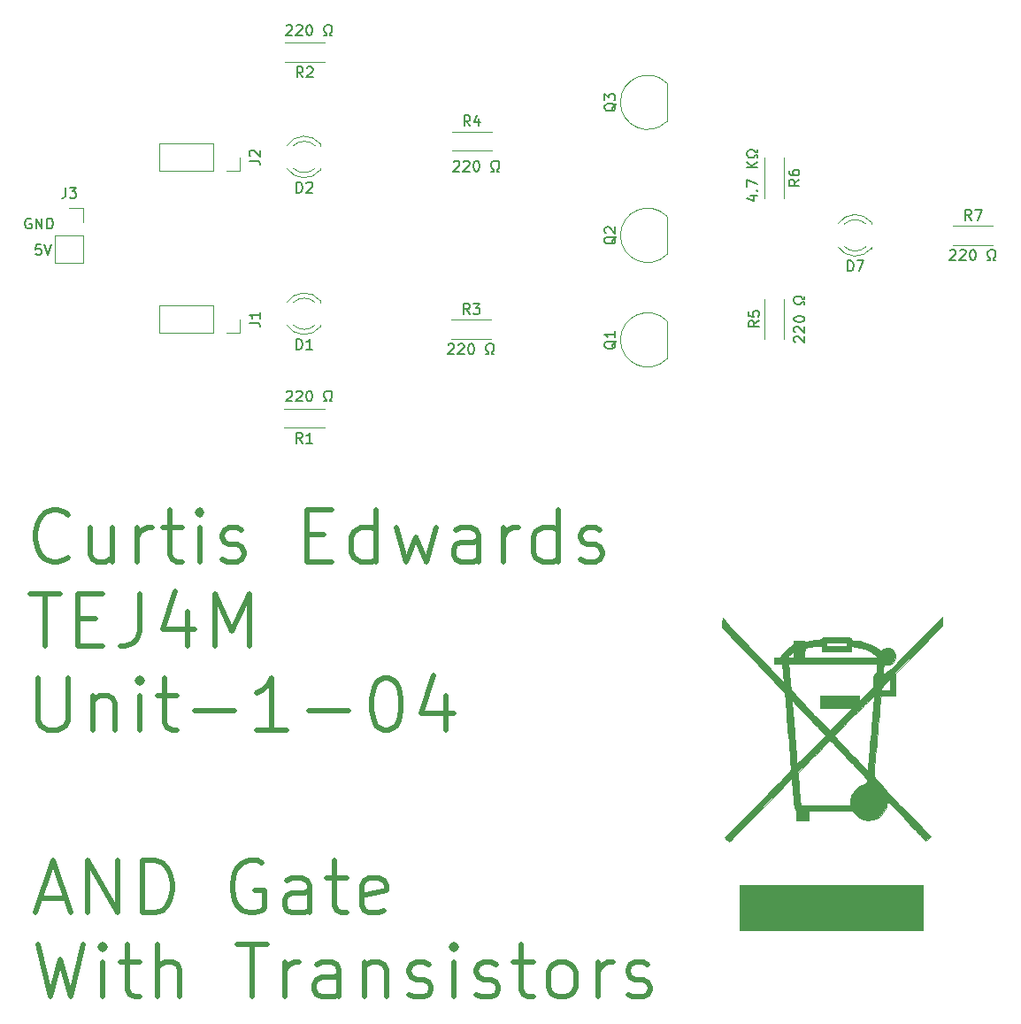
<source format=gbr>
%TF.GenerationSoftware,KiCad,Pcbnew,7.0.7*%
%TF.CreationDate,2023-11-12T18:02:06-05:00*%
%TF.ProjectId,TEJ4M-Unit-1-04,54454a34-4d2d-4556-9e69-742d312d3034,rev?*%
%TF.SameCoordinates,Original*%
%TF.FileFunction,Legend,Top*%
%TF.FilePolarity,Positive*%
%FSLAX46Y46*%
G04 Gerber Fmt 4.6, Leading zero omitted, Abs format (unit mm)*
G04 Created by KiCad (PCBNEW 7.0.7) date 2023-11-12 18:02:06*
%MOMM*%
%LPD*%
G01*
G04 APERTURE LIST*
%ADD10C,0.150000*%
%ADD11C,0.500000*%
%ADD12C,0.120000*%
%ADD13C,0.010000*%
G04 APERTURE END LIST*
D10*
X101360588Y-73417438D02*
X101265350Y-73369819D01*
X101265350Y-73369819D02*
X101122493Y-73369819D01*
X101122493Y-73369819D02*
X100979636Y-73417438D01*
X100979636Y-73417438D02*
X100884398Y-73512676D01*
X100884398Y-73512676D02*
X100836779Y-73607914D01*
X100836779Y-73607914D02*
X100789160Y-73798390D01*
X100789160Y-73798390D02*
X100789160Y-73941247D01*
X100789160Y-73941247D02*
X100836779Y-74131723D01*
X100836779Y-74131723D02*
X100884398Y-74226961D01*
X100884398Y-74226961D02*
X100979636Y-74322200D01*
X100979636Y-74322200D02*
X101122493Y-74369819D01*
X101122493Y-74369819D02*
X101217731Y-74369819D01*
X101217731Y-74369819D02*
X101360588Y-74322200D01*
X101360588Y-74322200D02*
X101408207Y-74274580D01*
X101408207Y-74274580D02*
X101408207Y-73941247D01*
X101408207Y-73941247D02*
X101217731Y-73941247D01*
X101836779Y-74369819D02*
X101836779Y-73369819D01*
X101836779Y-73369819D02*
X102408207Y-74369819D01*
X102408207Y-74369819D02*
X102408207Y-73369819D01*
X102884398Y-74369819D02*
X102884398Y-73369819D01*
X102884398Y-73369819D02*
X103122493Y-73369819D01*
X103122493Y-73369819D02*
X103265350Y-73417438D01*
X103265350Y-73417438D02*
X103360588Y-73512676D01*
X103360588Y-73512676D02*
X103408207Y-73607914D01*
X103408207Y-73607914D02*
X103455826Y-73798390D01*
X103455826Y-73798390D02*
X103455826Y-73941247D01*
X103455826Y-73941247D02*
X103408207Y-74131723D01*
X103408207Y-74131723D02*
X103360588Y-74226961D01*
X103360588Y-74226961D02*
X103265350Y-74322200D01*
X103265350Y-74322200D02*
X103122493Y-74369819D01*
X103122493Y-74369819D02*
X102884398Y-74369819D01*
X125789160Y-54965057D02*
X125836779Y-54917438D01*
X125836779Y-54917438D02*
X125932017Y-54869819D01*
X125932017Y-54869819D02*
X126170112Y-54869819D01*
X126170112Y-54869819D02*
X126265350Y-54917438D01*
X126265350Y-54917438D02*
X126312969Y-54965057D01*
X126312969Y-54965057D02*
X126360588Y-55060295D01*
X126360588Y-55060295D02*
X126360588Y-55155533D01*
X126360588Y-55155533D02*
X126312969Y-55298390D01*
X126312969Y-55298390D02*
X125741541Y-55869819D01*
X125741541Y-55869819D02*
X126360588Y-55869819D01*
X126741541Y-54965057D02*
X126789160Y-54917438D01*
X126789160Y-54917438D02*
X126884398Y-54869819D01*
X126884398Y-54869819D02*
X127122493Y-54869819D01*
X127122493Y-54869819D02*
X127217731Y-54917438D01*
X127217731Y-54917438D02*
X127265350Y-54965057D01*
X127265350Y-54965057D02*
X127312969Y-55060295D01*
X127312969Y-55060295D02*
X127312969Y-55155533D01*
X127312969Y-55155533D02*
X127265350Y-55298390D01*
X127265350Y-55298390D02*
X126693922Y-55869819D01*
X126693922Y-55869819D02*
X127312969Y-55869819D01*
X127932017Y-54869819D02*
X128027255Y-54869819D01*
X128027255Y-54869819D02*
X128122493Y-54917438D01*
X128122493Y-54917438D02*
X128170112Y-54965057D01*
X128170112Y-54965057D02*
X128217731Y-55060295D01*
X128217731Y-55060295D02*
X128265350Y-55250771D01*
X128265350Y-55250771D02*
X128265350Y-55488866D01*
X128265350Y-55488866D02*
X128217731Y-55679342D01*
X128217731Y-55679342D02*
X128170112Y-55774580D01*
X128170112Y-55774580D02*
X128122493Y-55822200D01*
X128122493Y-55822200D02*
X128027255Y-55869819D01*
X128027255Y-55869819D02*
X127932017Y-55869819D01*
X127932017Y-55869819D02*
X127836779Y-55822200D01*
X127836779Y-55822200D02*
X127789160Y-55774580D01*
X127789160Y-55774580D02*
X127741541Y-55679342D01*
X127741541Y-55679342D02*
X127693922Y-55488866D01*
X127693922Y-55488866D02*
X127693922Y-55250771D01*
X127693922Y-55250771D02*
X127741541Y-55060295D01*
X127741541Y-55060295D02*
X127789160Y-54965057D01*
X127789160Y-54965057D02*
X127836779Y-54917438D01*
X127836779Y-54917438D02*
X127932017Y-54869819D01*
X129408208Y-55869819D02*
X129646303Y-55869819D01*
X129646303Y-55869819D02*
X129646303Y-55679342D01*
X129646303Y-55679342D02*
X129551065Y-55631723D01*
X129551065Y-55631723D02*
X129455827Y-55536485D01*
X129455827Y-55536485D02*
X129408208Y-55393628D01*
X129408208Y-55393628D02*
X129408208Y-55155533D01*
X129408208Y-55155533D02*
X129455827Y-55012676D01*
X129455827Y-55012676D02*
X129551065Y-54917438D01*
X129551065Y-54917438D02*
X129693922Y-54869819D01*
X129693922Y-54869819D02*
X129884398Y-54869819D01*
X129884398Y-54869819D02*
X130027255Y-54917438D01*
X130027255Y-54917438D02*
X130122493Y-55012676D01*
X130122493Y-55012676D02*
X130170112Y-55155533D01*
X130170112Y-55155533D02*
X130170112Y-55393628D01*
X130170112Y-55393628D02*
X130122493Y-55536485D01*
X130122493Y-55536485D02*
X130027255Y-55631723D01*
X130027255Y-55631723D02*
X129932017Y-55679342D01*
X129932017Y-55679342D02*
X129932017Y-55869819D01*
X129932017Y-55869819D02*
X130170112Y-55869819D01*
D11*
X102281327Y-138383523D02*
X104662280Y-138383523D01*
X101805137Y-139812095D02*
X103471804Y-134812095D01*
X103471804Y-134812095D02*
X105138470Y-139812095D01*
X106805137Y-139812095D02*
X106805137Y-134812095D01*
X106805137Y-134812095D02*
X109662280Y-139812095D01*
X109662280Y-139812095D02*
X109662280Y-134812095D01*
X112043232Y-139812095D02*
X112043232Y-134812095D01*
X112043232Y-134812095D02*
X113233708Y-134812095D01*
X113233708Y-134812095D02*
X113947994Y-135050190D01*
X113947994Y-135050190D02*
X114424184Y-135526380D01*
X114424184Y-135526380D02*
X114662279Y-136002571D01*
X114662279Y-136002571D02*
X114900375Y-136954952D01*
X114900375Y-136954952D02*
X114900375Y-137669238D01*
X114900375Y-137669238D02*
X114662279Y-138621619D01*
X114662279Y-138621619D02*
X114424184Y-139097809D01*
X114424184Y-139097809D02*
X113947994Y-139574000D01*
X113947994Y-139574000D02*
X113233708Y-139812095D01*
X113233708Y-139812095D02*
X112043232Y-139812095D01*
X123471803Y-135050190D02*
X122995613Y-134812095D01*
X122995613Y-134812095D02*
X122281327Y-134812095D01*
X122281327Y-134812095D02*
X121567041Y-135050190D01*
X121567041Y-135050190D02*
X121090851Y-135526380D01*
X121090851Y-135526380D02*
X120852756Y-136002571D01*
X120852756Y-136002571D02*
X120614660Y-136954952D01*
X120614660Y-136954952D02*
X120614660Y-137669238D01*
X120614660Y-137669238D02*
X120852756Y-138621619D01*
X120852756Y-138621619D02*
X121090851Y-139097809D01*
X121090851Y-139097809D02*
X121567041Y-139574000D01*
X121567041Y-139574000D02*
X122281327Y-139812095D01*
X122281327Y-139812095D02*
X122757518Y-139812095D01*
X122757518Y-139812095D02*
X123471803Y-139574000D01*
X123471803Y-139574000D02*
X123709899Y-139335904D01*
X123709899Y-139335904D02*
X123709899Y-137669238D01*
X123709899Y-137669238D02*
X122757518Y-137669238D01*
X127995613Y-139812095D02*
X127995613Y-137193047D01*
X127995613Y-137193047D02*
X127757518Y-136716857D01*
X127757518Y-136716857D02*
X127281327Y-136478761D01*
X127281327Y-136478761D02*
X126328946Y-136478761D01*
X126328946Y-136478761D02*
X125852756Y-136716857D01*
X127995613Y-139574000D02*
X127519422Y-139812095D01*
X127519422Y-139812095D02*
X126328946Y-139812095D01*
X126328946Y-139812095D02*
X125852756Y-139574000D01*
X125852756Y-139574000D02*
X125614660Y-139097809D01*
X125614660Y-139097809D02*
X125614660Y-138621619D01*
X125614660Y-138621619D02*
X125852756Y-138145428D01*
X125852756Y-138145428D02*
X126328946Y-137907333D01*
X126328946Y-137907333D02*
X127519422Y-137907333D01*
X127519422Y-137907333D02*
X127995613Y-137669238D01*
X129662280Y-136478761D02*
X131567042Y-136478761D01*
X130376566Y-134812095D02*
X130376566Y-139097809D01*
X130376566Y-139097809D02*
X130614661Y-139574000D01*
X130614661Y-139574000D02*
X131090851Y-139812095D01*
X131090851Y-139812095D02*
X131567042Y-139812095D01*
X135138471Y-139574000D02*
X134662280Y-139812095D01*
X134662280Y-139812095D02*
X133709899Y-139812095D01*
X133709899Y-139812095D02*
X133233709Y-139574000D01*
X133233709Y-139574000D02*
X132995613Y-139097809D01*
X132995613Y-139097809D02*
X132995613Y-137193047D01*
X132995613Y-137193047D02*
X133233709Y-136716857D01*
X133233709Y-136716857D02*
X133709899Y-136478761D01*
X133709899Y-136478761D02*
X134662280Y-136478761D01*
X134662280Y-136478761D02*
X135138471Y-136716857D01*
X135138471Y-136716857D02*
X135376566Y-137193047D01*
X135376566Y-137193047D02*
X135376566Y-137669238D01*
X135376566Y-137669238D02*
X132995613Y-138145428D01*
X102043232Y-142862095D02*
X103233708Y-147862095D01*
X103233708Y-147862095D02*
X104186089Y-144290666D01*
X104186089Y-144290666D02*
X105138470Y-147862095D01*
X105138470Y-147862095D02*
X106328947Y-142862095D01*
X108233709Y-147862095D02*
X108233709Y-144528761D01*
X108233709Y-142862095D02*
X107995613Y-143100190D01*
X107995613Y-143100190D02*
X108233709Y-143338285D01*
X108233709Y-143338285D02*
X108471804Y-143100190D01*
X108471804Y-143100190D02*
X108233709Y-142862095D01*
X108233709Y-142862095D02*
X108233709Y-143338285D01*
X109900375Y-144528761D02*
X111805137Y-144528761D01*
X110614661Y-142862095D02*
X110614661Y-147147809D01*
X110614661Y-147147809D02*
X110852756Y-147624000D01*
X110852756Y-147624000D02*
X111328946Y-147862095D01*
X111328946Y-147862095D02*
X111805137Y-147862095D01*
X113471804Y-147862095D02*
X113471804Y-142862095D01*
X115614661Y-147862095D02*
X115614661Y-145243047D01*
X115614661Y-145243047D02*
X115376566Y-144766857D01*
X115376566Y-144766857D02*
X114900375Y-144528761D01*
X114900375Y-144528761D02*
X114186089Y-144528761D01*
X114186089Y-144528761D02*
X113709899Y-144766857D01*
X113709899Y-144766857D02*
X113471804Y-145004952D01*
X121090852Y-142862095D02*
X123947995Y-142862095D01*
X122519423Y-147862095D02*
X122519423Y-142862095D01*
X125614662Y-147862095D02*
X125614662Y-144528761D01*
X125614662Y-145481142D02*
X125852757Y-145004952D01*
X125852757Y-145004952D02*
X126090852Y-144766857D01*
X126090852Y-144766857D02*
X126567043Y-144528761D01*
X126567043Y-144528761D02*
X127043233Y-144528761D01*
X130852757Y-147862095D02*
X130852757Y-145243047D01*
X130852757Y-145243047D02*
X130614662Y-144766857D01*
X130614662Y-144766857D02*
X130138471Y-144528761D01*
X130138471Y-144528761D02*
X129186090Y-144528761D01*
X129186090Y-144528761D02*
X128709900Y-144766857D01*
X130852757Y-147624000D02*
X130376566Y-147862095D01*
X130376566Y-147862095D02*
X129186090Y-147862095D01*
X129186090Y-147862095D02*
X128709900Y-147624000D01*
X128709900Y-147624000D02*
X128471804Y-147147809D01*
X128471804Y-147147809D02*
X128471804Y-146671619D01*
X128471804Y-146671619D02*
X128709900Y-146195428D01*
X128709900Y-146195428D02*
X129186090Y-145957333D01*
X129186090Y-145957333D02*
X130376566Y-145957333D01*
X130376566Y-145957333D02*
X130852757Y-145719238D01*
X133233710Y-144528761D02*
X133233710Y-147862095D01*
X133233710Y-145004952D02*
X133471805Y-144766857D01*
X133471805Y-144766857D02*
X133947995Y-144528761D01*
X133947995Y-144528761D02*
X134662281Y-144528761D01*
X134662281Y-144528761D02*
X135138472Y-144766857D01*
X135138472Y-144766857D02*
X135376567Y-145243047D01*
X135376567Y-145243047D02*
X135376567Y-147862095D01*
X137519424Y-147624000D02*
X137995615Y-147862095D01*
X137995615Y-147862095D02*
X138947996Y-147862095D01*
X138947996Y-147862095D02*
X139424186Y-147624000D01*
X139424186Y-147624000D02*
X139662282Y-147147809D01*
X139662282Y-147147809D02*
X139662282Y-146909714D01*
X139662282Y-146909714D02*
X139424186Y-146433523D01*
X139424186Y-146433523D02*
X138947996Y-146195428D01*
X138947996Y-146195428D02*
X138233710Y-146195428D01*
X138233710Y-146195428D02*
X137757520Y-145957333D01*
X137757520Y-145957333D02*
X137519424Y-145481142D01*
X137519424Y-145481142D02*
X137519424Y-145243047D01*
X137519424Y-145243047D02*
X137757520Y-144766857D01*
X137757520Y-144766857D02*
X138233710Y-144528761D01*
X138233710Y-144528761D02*
X138947996Y-144528761D01*
X138947996Y-144528761D02*
X139424186Y-144766857D01*
X141805139Y-147862095D02*
X141805139Y-144528761D01*
X141805139Y-142862095D02*
X141567043Y-143100190D01*
X141567043Y-143100190D02*
X141805139Y-143338285D01*
X141805139Y-143338285D02*
X142043234Y-143100190D01*
X142043234Y-143100190D02*
X141805139Y-142862095D01*
X141805139Y-142862095D02*
X141805139Y-143338285D01*
X143947995Y-147624000D02*
X144424186Y-147862095D01*
X144424186Y-147862095D02*
X145376567Y-147862095D01*
X145376567Y-147862095D02*
X145852757Y-147624000D01*
X145852757Y-147624000D02*
X146090853Y-147147809D01*
X146090853Y-147147809D02*
X146090853Y-146909714D01*
X146090853Y-146909714D02*
X145852757Y-146433523D01*
X145852757Y-146433523D02*
X145376567Y-146195428D01*
X145376567Y-146195428D02*
X144662281Y-146195428D01*
X144662281Y-146195428D02*
X144186091Y-145957333D01*
X144186091Y-145957333D02*
X143947995Y-145481142D01*
X143947995Y-145481142D02*
X143947995Y-145243047D01*
X143947995Y-145243047D02*
X144186091Y-144766857D01*
X144186091Y-144766857D02*
X144662281Y-144528761D01*
X144662281Y-144528761D02*
X145376567Y-144528761D01*
X145376567Y-144528761D02*
X145852757Y-144766857D01*
X147519424Y-144528761D02*
X149424186Y-144528761D01*
X148233710Y-142862095D02*
X148233710Y-147147809D01*
X148233710Y-147147809D02*
X148471805Y-147624000D01*
X148471805Y-147624000D02*
X148947995Y-147862095D01*
X148947995Y-147862095D02*
X149424186Y-147862095D01*
X151805138Y-147862095D02*
X151328948Y-147624000D01*
X151328948Y-147624000D02*
X151090853Y-147385904D01*
X151090853Y-147385904D02*
X150852757Y-146909714D01*
X150852757Y-146909714D02*
X150852757Y-145481142D01*
X150852757Y-145481142D02*
X151090853Y-145004952D01*
X151090853Y-145004952D02*
X151328948Y-144766857D01*
X151328948Y-144766857D02*
X151805138Y-144528761D01*
X151805138Y-144528761D02*
X152519424Y-144528761D01*
X152519424Y-144528761D02*
X152995615Y-144766857D01*
X152995615Y-144766857D02*
X153233710Y-145004952D01*
X153233710Y-145004952D02*
X153471805Y-145481142D01*
X153471805Y-145481142D02*
X153471805Y-146909714D01*
X153471805Y-146909714D02*
X153233710Y-147385904D01*
X153233710Y-147385904D02*
X152995615Y-147624000D01*
X152995615Y-147624000D02*
X152519424Y-147862095D01*
X152519424Y-147862095D02*
X151805138Y-147862095D01*
X155614663Y-147862095D02*
X155614663Y-144528761D01*
X155614663Y-145481142D02*
X155852758Y-145004952D01*
X155852758Y-145004952D02*
X156090853Y-144766857D01*
X156090853Y-144766857D02*
X156567044Y-144528761D01*
X156567044Y-144528761D02*
X157043234Y-144528761D01*
X158471805Y-147624000D02*
X158947996Y-147862095D01*
X158947996Y-147862095D02*
X159900377Y-147862095D01*
X159900377Y-147862095D02*
X160376567Y-147624000D01*
X160376567Y-147624000D02*
X160614663Y-147147809D01*
X160614663Y-147147809D02*
X160614663Y-146909714D01*
X160614663Y-146909714D02*
X160376567Y-146433523D01*
X160376567Y-146433523D02*
X159900377Y-146195428D01*
X159900377Y-146195428D02*
X159186091Y-146195428D01*
X159186091Y-146195428D02*
X158709901Y-145957333D01*
X158709901Y-145957333D02*
X158471805Y-145481142D01*
X158471805Y-145481142D02*
X158471805Y-145243047D01*
X158471805Y-145243047D02*
X158709901Y-144766857D01*
X158709901Y-144766857D02*
X159186091Y-144528761D01*
X159186091Y-144528761D02*
X159900377Y-144528761D01*
X159900377Y-144528761D02*
X160376567Y-144766857D01*
D10*
X102312969Y-75869819D02*
X101836779Y-75869819D01*
X101836779Y-75869819D02*
X101789160Y-76346009D01*
X101789160Y-76346009D02*
X101836779Y-76298390D01*
X101836779Y-76298390D02*
X101932017Y-76250771D01*
X101932017Y-76250771D02*
X102170112Y-76250771D01*
X102170112Y-76250771D02*
X102265350Y-76298390D01*
X102265350Y-76298390D02*
X102312969Y-76346009D01*
X102312969Y-76346009D02*
X102360588Y-76441247D01*
X102360588Y-76441247D02*
X102360588Y-76679342D01*
X102360588Y-76679342D02*
X102312969Y-76774580D01*
X102312969Y-76774580D02*
X102265350Y-76822200D01*
X102265350Y-76822200D02*
X102170112Y-76869819D01*
X102170112Y-76869819D02*
X101932017Y-76869819D01*
X101932017Y-76869819D02*
X101836779Y-76822200D01*
X101836779Y-76822200D02*
X101789160Y-76774580D01*
X102646303Y-75869819D02*
X102979636Y-76869819D01*
X102979636Y-76869819D02*
X103312969Y-75869819D01*
X141789160Y-67965057D02*
X141836779Y-67917438D01*
X141836779Y-67917438D02*
X141932017Y-67869819D01*
X141932017Y-67869819D02*
X142170112Y-67869819D01*
X142170112Y-67869819D02*
X142265350Y-67917438D01*
X142265350Y-67917438D02*
X142312969Y-67965057D01*
X142312969Y-67965057D02*
X142360588Y-68060295D01*
X142360588Y-68060295D02*
X142360588Y-68155533D01*
X142360588Y-68155533D02*
X142312969Y-68298390D01*
X142312969Y-68298390D02*
X141741541Y-68869819D01*
X141741541Y-68869819D02*
X142360588Y-68869819D01*
X142741541Y-67965057D02*
X142789160Y-67917438D01*
X142789160Y-67917438D02*
X142884398Y-67869819D01*
X142884398Y-67869819D02*
X143122493Y-67869819D01*
X143122493Y-67869819D02*
X143217731Y-67917438D01*
X143217731Y-67917438D02*
X143265350Y-67965057D01*
X143265350Y-67965057D02*
X143312969Y-68060295D01*
X143312969Y-68060295D02*
X143312969Y-68155533D01*
X143312969Y-68155533D02*
X143265350Y-68298390D01*
X143265350Y-68298390D02*
X142693922Y-68869819D01*
X142693922Y-68869819D02*
X143312969Y-68869819D01*
X143932017Y-67869819D02*
X144027255Y-67869819D01*
X144027255Y-67869819D02*
X144122493Y-67917438D01*
X144122493Y-67917438D02*
X144170112Y-67965057D01*
X144170112Y-67965057D02*
X144217731Y-68060295D01*
X144217731Y-68060295D02*
X144265350Y-68250771D01*
X144265350Y-68250771D02*
X144265350Y-68488866D01*
X144265350Y-68488866D02*
X144217731Y-68679342D01*
X144217731Y-68679342D02*
X144170112Y-68774580D01*
X144170112Y-68774580D02*
X144122493Y-68822200D01*
X144122493Y-68822200D02*
X144027255Y-68869819D01*
X144027255Y-68869819D02*
X143932017Y-68869819D01*
X143932017Y-68869819D02*
X143836779Y-68822200D01*
X143836779Y-68822200D02*
X143789160Y-68774580D01*
X143789160Y-68774580D02*
X143741541Y-68679342D01*
X143741541Y-68679342D02*
X143693922Y-68488866D01*
X143693922Y-68488866D02*
X143693922Y-68250771D01*
X143693922Y-68250771D02*
X143741541Y-68060295D01*
X143741541Y-68060295D02*
X143789160Y-67965057D01*
X143789160Y-67965057D02*
X143836779Y-67917438D01*
X143836779Y-67917438D02*
X143932017Y-67869819D01*
X145408208Y-68869819D02*
X145646303Y-68869819D01*
X145646303Y-68869819D02*
X145646303Y-68679342D01*
X145646303Y-68679342D02*
X145551065Y-68631723D01*
X145551065Y-68631723D02*
X145455827Y-68536485D01*
X145455827Y-68536485D02*
X145408208Y-68393628D01*
X145408208Y-68393628D02*
X145408208Y-68155533D01*
X145408208Y-68155533D02*
X145455827Y-68012676D01*
X145455827Y-68012676D02*
X145551065Y-67917438D01*
X145551065Y-67917438D02*
X145693922Y-67869819D01*
X145693922Y-67869819D02*
X145884398Y-67869819D01*
X145884398Y-67869819D02*
X146027255Y-67917438D01*
X146027255Y-67917438D02*
X146122493Y-68012676D01*
X146122493Y-68012676D02*
X146170112Y-68155533D01*
X146170112Y-68155533D02*
X146170112Y-68393628D01*
X146170112Y-68393628D02*
X146122493Y-68536485D01*
X146122493Y-68536485D02*
X146027255Y-68631723D01*
X146027255Y-68631723D02*
X145932017Y-68679342D01*
X145932017Y-68679342D02*
X145932017Y-68869819D01*
X145932017Y-68869819D02*
X146170112Y-68869819D01*
X141289160Y-85465057D02*
X141336779Y-85417438D01*
X141336779Y-85417438D02*
X141432017Y-85369819D01*
X141432017Y-85369819D02*
X141670112Y-85369819D01*
X141670112Y-85369819D02*
X141765350Y-85417438D01*
X141765350Y-85417438D02*
X141812969Y-85465057D01*
X141812969Y-85465057D02*
X141860588Y-85560295D01*
X141860588Y-85560295D02*
X141860588Y-85655533D01*
X141860588Y-85655533D02*
X141812969Y-85798390D01*
X141812969Y-85798390D02*
X141241541Y-86369819D01*
X141241541Y-86369819D02*
X141860588Y-86369819D01*
X142241541Y-85465057D02*
X142289160Y-85417438D01*
X142289160Y-85417438D02*
X142384398Y-85369819D01*
X142384398Y-85369819D02*
X142622493Y-85369819D01*
X142622493Y-85369819D02*
X142717731Y-85417438D01*
X142717731Y-85417438D02*
X142765350Y-85465057D01*
X142765350Y-85465057D02*
X142812969Y-85560295D01*
X142812969Y-85560295D02*
X142812969Y-85655533D01*
X142812969Y-85655533D02*
X142765350Y-85798390D01*
X142765350Y-85798390D02*
X142193922Y-86369819D01*
X142193922Y-86369819D02*
X142812969Y-86369819D01*
X143432017Y-85369819D02*
X143527255Y-85369819D01*
X143527255Y-85369819D02*
X143622493Y-85417438D01*
X143622493Y-85417438D02*
X143670112Y-85465057D01*
X143670112Y-85465057D02*
X143717731Y-85560295D01*
X143717731Y-85560295D02*
X143765350Y-85750771D01*
X143765350Y-85750771D02*
X143765350Y-85988866D01*
X143765350Y-85988866D02*
X143717731Y-86179342D01*
X143717731Y-86179342D02*
X143670112Y-86274580D01*
X143670112Y-86274580D02*
X143622493Y-86322200D01*
X143622493Y-86322200D02*
X143527255Y-86369819D01*
X143527255Y-86369819D02*
X143432017Y-86369819D01*
X143432017Y-86369819D02*
X143336779Y-86322200D01*
X143336779Y-86322200D02*
X143289160Y-86274580D01*
X143289160Y-86274580D02*
X143241541Y-86179342D01*
X143241541Y-86179342D02*
X143193922Y-85988866D01*
X143193922Y-85988866D02*
X143193922Y-85750771D01*
X143193922Y-85750771D02*
X143241541Y-85560295D01*
X143241541Y-85560295D02*
X143289160Y-85465057D01*
X143289160Y-85465057D02*
X143336779Y-85417438D01*
X143336779Y-85417438D02*
X143432017Y-85369819D01*
X144908208Y-86369819D02*
X145146303Y-86369819D01*
X145146303Y-86369819D02*
X145146303Y-86179342D01*
X145146303Y-86179342D02*
X145051065Y-86131723D01*
X145051065Y-86131723D02*
X144955827Y-86036485D01*
X144955827Y-86036485D02*
X144908208Y-85893628D01*
X144908208Y-85893628D02*
X144908208Y-85655533D01*
X144908208Y-85655533D02*
X144955827Y-85512676D01*
X144955827Y-85512676D02*
X145051065Y-85417438D01*
X145051065Y-85417438D02*
X145193922Y-85369819D01*
X145193922Y-85369819D02*
X145384398Y-85369819D01*
X145384398Y-85369819D02*
X145527255Y-85417438D01*
X145527255Y-85417438D02*
X145622493Y-85512676D01*
X145622493Y-85512676D02*
X145670112Y-85655533D01*
X145670112Y-85655533D02*
X145670112Y-85893628D01*
X145670112Y-85893628D02*
X145622493Y-86036485D01*
X145622493Y-86036485D02*
X145527255Y-86131723D01*
X145527255Y-86131723D02*
X145432017Y-86179342D01*
X145432017Y-86179342D02*
X145432017Y-86369819D01*
X145432017Y-86369819D02*
X145670112Y-86369819D01*
X189289160Y-76465057D02*
X189336779Y-76417438D01*
X189336779Y-76417438D02*
X189432017Y-76369819D01*
X189432017Y-76369819D02*
X189670112Y-76369819D01*
X189670112Y-76369819D02*
X189765350Y-76417438D01*
X189765350Y-76417438D02*
X189812969Y-76465057D01*
X189812969Y-76465057D02*
X189860588Y-76560295D01*
X189860588Y-76560295D02*
X189860588Y-76655533D01*
X189860588Y-76655533D02*
X189812969Y-76798390D01*
X189812969Y-76798390D02*
X189241541Y-77369819D01*
X189241541Y-77369819D02*
X189860588Y-77369819D01*
X190241541Y-76465057D02*
X190289160Y-76417438D01*
X190289160Y-76417438D02*
X190384398Y-76369819D01*
X190384398Y-76369819D02*
X190622493Y-76369819D01*
X190622493Y-76369819D02*
X190717731Y-76417438D01*
X190717731Y-76417438D02*
X190765350Y-76465057D01*
X190765350Y-76465057D02*
X190812969Y-76560295D01*
X190812969Y-76560295D02*
X190812969Y-76655533D01*
X190812969Y-76655533D02*
X190765350Y-76798390D01*
X190765350Y-76798390D02*
X190193922Y-77369819D01*
X190193922Y-77369819D02*
X190812969Y-77369819D01*
X191432017Y-76369819D02*
X191527255Y-76369819D01*
X191527255Y-76369819D02*
X191622493Y-76417438D01*
X191622493Y-76417438D02*
X191670112Y-76465057D01*
X191670112Y-76465057D02*
X191717731Y-76560295D01*
X191717731Y-76560295D02*
X191765350Y-76750771D01*
X191765350Y-76750771D02*
X191765350Y-76988866D01*
X191765350Y-76988866D02*
X191717731Y-77179342D01*
X191717731Y-77179342D02*
X191670112Y-77274580D01*
X191670112Y-77274580D02*
X191622493Y-77322200D01*
X191622493Y-77322200D02*
X191527255Y-77369819D01*
X191527255Y-77369819D02*
X191432017Y-77369819D01*
X191432017Y-77369819D02*
X191336779Y-77322200D01*
X191336779Y-77322200D02*
X191289160Y-77274580D01*
X191289160Y-77274580D02*
X191241541Y-77179342D01*
X191241541Y-77179342D02*
X191193922Y-76988866D01*
X191193922Y-76988866D02*
X191193922Y-76750771D01*
X191193922Y-76750771D02*
X191241541Y-76560295D01*
X191241541Y-76560295D02*
X191289160Y-76465057D01*
X191289160Y-76465057D02*
X191336779Y-76417438D01*
X191336779Y-76417438D02*
X191432017Y-76369819D01*
X192908208Y-77369819D02*
X193146303Y-77369819D01*
X193146303Y-77369819D02*
X193146303Y-77179342D01*
X193146303Y-77179342D02*
X193051065Y-77131723D01*
X193051065Y-77131723D02*
X192955827Y-77036485D01*
X192955827Y-77036485D02*
X192908208Y-76893628D01*
X192908208Y-76893628D02*
X192908208Y-76655533D01*
X192908208Y-76655533D02*
X192955827Y-76512676D01*
X192955827Y-76512676D02*
X193051065Y-76417438D01*
X193051065Y-76417438D02*
X193193922Y-76369819D01*
X193193922Y-76369819D02*
X193384398Y-76369819D01*
X193384398Y-76369819D02*
X193527255Y-76417438D01*
X193527255Y-76417438D02*
X193622493Y-76512676D01*
X193622493Y-76512676D02*
X193670112Y-76655533D01*
X193670112Y-76655533D02*
X193670112Y-76893628D01*
X193670112Y-76893628D02*
X193622493Y-77036485D01*
X193622493Y-77036485D02*
X193527255Y-77131723D01*
X193527255Y-77131723D02*
X193432017Y-77179342D01*
X193432017Y-77179342D02*
X193432017Y-77369819D01*
X193432017Y-77369819D02*
X193670112Y-77369819D01*
X170203152Y-71234649D02*
X170869819Y-71234649D01*
X169822200Y-71472744D02*
X170536485Y-71710839D01*
X170536485Y-71710839D02*
X170536485Y-71091792D01*
X170774580Y-70710839D02*
X170822200Y-70663220D01*
X170822200Y-70663220D02*
X170869819Y-70710839D01*
X170869819Y-70710839D02*
X170822200Y-70758458D01*
X170822200Y-70758458D02*
X170774580Y-70710839D01*
X170774580Y-70710839D02*
X170869819Y-70710839D01*
X169869819Y-70329887D02*
X169869819Y-69663221D01*
X169869819Y-69663221D02*
X170869819Y-70091792D01*
X170869819Y-68520363D02*
X169869819Y-68520363D01*
X170869819Y-67948935D02*
X170298390Y-68377506D01*
X169869819Y-67948935D02*
X170441247Y-68520363D01*
X170869819Y-67567982D02*
X170869819Y-67329887D01*
X170869819Y-67329887D02*
X170679342Y-67329887D01*
X170679342Y-67329887D02*
X170631723Y-67425125D01*
X170631723Y-67425125D02*
X170536485Y-67520363D01*
X170536485Y-67520363D02*
X170393628Y-67567982D01*
X170393628Y-67567982D02*
X170155533Y-67567982D01*
X170155533Y-67567982D02*
X170012676Y-67520363D01*
X170012676Y-67520363D02*
X169917438Y-67425125D01*
X169917438Y-67425125D02*
X169869819Y-67282268D01*
X169869819Y-67282268D02*
X169869819Y-67091792D01*
X169869819Y-67091792D02*
X169917438Y-66948935D01*
X169917438Y-66948935D02*
X170012676Y-66853697D01*
X170012676Y-66853697D02*
X170155533Y-66806078D01*
X170155533Y-66806078D02*
X170393628Y-66806078D01*
X170393628Y-66806078D02*
X170536485Y-66853697D01*
X170536485Y-66853697D02*
X170631723Y-66948935D01*
X170631723Y-66948935D02*
X170679342Y-67044173D01*
X170679342Y-67044173D02*
X170869819Y-67044173D01*
X170869819Y-67044173D02*
X170869819Y-66806078D01*
D11*
X104876566Y-105785904D02*
X104638470Y-106024000D01*
X104638470Y-106024000D02*
X103924185Y-106262095D01*
X103924185Y-106262095D02*
X103447994Y-106262095D01*
X103447994Y-106262095D02*
X102733708Y-106024000D01*
X102733708Y-106024000D02*
X102257518Y-105547809D01*
X102257518Y-105547809D02*
X102019423Y-105071619D01*
X102019423Y-105071619D02*
X101781327Y-104119238D01*
X101781327Y-104119238D02*
X101781327Y-103404952D01*
X101781327Y-103404952D02*
X102019423Y-102452571D01*
X102019423Y-102452571D02*
X102257518Y-101976380D01*
X102257518Y-101976380D02*
X102733708Y-101500190D01*
X102733708Y-101500190D02*
X103447994Y-101262095D01*
X103447994Y-101262095D02*
X103924185Y-101262095D01*
X103924185Y-101262095D02*
X104638470Y-101500190D01*
X104638470Y-101500190D02*
X104876566Y-101738285D01*
X109162280Y-102928761D02*
X109162280Y-106262095D01*
X107019423Y-102928761D02*
X107019423Y-105547809D01*
X107019423Y-105547809D02*
X107257518Y-106024000D01*
X107257518Y-106024000D02*
X107733708Y-106262095D01*
X107733708Y-106262095D02*
X108447994Y-106262095D01*
X108447994Y-106262095D02*
X108924185Y-106024000D01*
X108924185Y-106024000D02*
X109162280Y-105785904D01*
X111543233Y-106262095D02*
X111543233Y-102928761D01*
X111543233Y-103881142D02*
X111781328Y-103404952D01*
X111781328Y-103404952D02*
X112019423Y-103166857D01*
X112019423Y-103166857D02*
X112495614Y-102928761D01*
X112495614Y-102928761D02*
X112971804Y-102928761D01*
X113924185Y-102928761D02*
X115828947Y-102928761D01*
X114638471Y-101262095D02*
X114638471Y-105547809D01*
X114638471Y-105547809D02*
X114876566Y-106024000D01*
X114876566Y-106024000D02*
X115352756Y-106262095D01*
X115352756Y-106262095D02*
X115828947Y-106262095D01*
X117495614Y-106262095D02*
X117495614Y-102928761D01*
X117495614Y-101262095D02*
X117257518Y-101500190D01*
X117257518Y-101500190D02*
X117495614Y-101738285D01*
X117495614Y-101738285D02*
X117733709Y-101500190D01*
X117733709Y-101500190D02*
X117495614Y-101262095D01*
X117495614Y-101262095D02*
X117495614Y-101738285D01*
X119638470Y-106024000D02*
X120114661Y-106262095D01*
X120114661Y-106262095D02*
X121067042Y-106262095D01*
X121067042Y-106262095D02*
X121543232Y-106024000D01*
X121543232Y-106024000D02*
X121781328Y-105547809D01*
X121781328Y-105547809D02*
X121781328Y-105309714D01*
X121781328Y-105309714D02*
X121543232Y-104833523D01*
X121543232Y-104833523D02*
X121067042Y-104595428D01*
X121067042Y-104595428D02*
X120352756Y-104595428D01*
X120352756Y-104595428D02*
X119876566Y-104357333D01*
X119876566Y-104357333D02*
X119638470Y-103881142D01*
X119638470Y-103881142D02*
X119638470Y-103643047D01*
X119638470Y-103643047D02*
X119876566Y-103166857D01*
X119876566Y-103166857D02*
X120352756Y-102928761D01*
X120352756Y-102928761D02*
X121067042Y-102928761D01*
X121067042Y-102928761D02*
X121543232Y-103166857D01*
X127733709Y-103643047D02*
X129400375Y-103643047D01*
X130114661Y-106262095D02*
X127733709Y-106262095D01*
X127733709Y-106262095D02*
X127733709Y-101262095D01*
X127733709Y-101262095D02*
X130114661Y-101262095D01*
X134400376Y-106262095D02*
X134400376Y-101262095D01*
X134400376Y-106024000D02*
X133924185Y-106262095D01*
X133924185Y-106262095D02*
X132971804Y-106262095D01*
X132971804Y-106262095D02*
X132495614Y-106024000D01*
X132495614Y-106024000D02*
X132257519Y-105785904D01*
X132257519Y-105785904D02*
X132019423Y-105309714D01*
X132019423Y-105309714D02*
X132019423Y-103881142D01*
X132019423Y-103881142D02*
X132257519Y-103404952D01*
X132257519Y-103404952D02*
X132495614Y-103166857D01*
X132495614Y-103166857D02*
X132971804Y-102928761D01*
X132971804Y-102928761D02*
X133924185Y-102928761D01*
X133924185Y-102928761D02*
X134400376Y-103166857D01*
X136305138Y-102928761D02*
X137257519Y-106262095D01*
X137257519Y-106262095D02*
X138209900Y-103881142D01*
X138209900Y-103881142D02*
X139162281Y-106262095D01*
X139162281Y-106262095D02*
X140114662Y-102928761D01*
X144162281Y-106262095D02*
X144162281Y-103643047D01*
X144162281Y-103643047D02*
X143924186Y-103166857D01*
X143924186Y-103166857D02*
X143447995Y-102928761D01*
X143447995Y-102928761D02*
X142495614Y-102928761D01*
X142495614Y-102928761D02*
X142019424Y-103166857D01*
X144162281Y-106024000D02*
X143686090Y-106262095D01*
X143686090Y-106262095D02*
X142495614Y-106262095D01*
X142495614Y-106262095D02*
X142019424Y-106024000D01*
X142019424Y-106024000D02*
X141781328Y-105547809D01*
X141781328Y-105547809D02*
X141781328Y-105071619D01*
X141781328Y-105071619D02*
X142019424Y-104595428D01*
X142019424Y-104595428D02*
X142495614Y-104357333D01*
X142495614Y-104357333D02*
X143686090Y-104357333D01*
X143686090Y-104357333D02*
X144162281Y-104119238D01*
X146543234Y-106262095D02*
X146543234Y-102928761D01*
X146543234Y-103881142D02*
X146781329Y-103404952D01*
X146781329Y-103404952D02*
X147019424Y-103166857D01*
X147019424Y-103166857D02*
X147495615Y-102928761D01*
X147495615Y-102928761D02*
X147971805Y-102928761D01*
X151781329Y-106262095D02*
X151781329Y-101262095D01*
X151781329Y-106024000D02*
X151305138Y-106262095D01*
X151305138Y-106262095D02*
X150352757Y-106262095D01*
X150352757Y-106262095D02*
X149876567Y-106024000D01*
X149876567Y-106024000D02*
X149638472Y-105785904D01*
X149638472Y-105785904D02*
X149400376Y-105309714D01*
X149400376Y-105309714D02*
X149400376Y-103881142D01*
X149400376Y-103881142D02*
X149638472Y-103404952D01*
X149638472Y-103404952D02*
X149876567Y-103166857D01*
X149876567Y-103166857D02*
X150352757Y-102928761D01*
X150352757Y-102928761D02*
X151305138Y-102928761D01*
X151305138Y-102928761D02*
X151781329Y-103166857D01*
X153924186Y-106024000D02*
X154400377Y-106262095D01*
X154400377Y-106262095D02*
X155352758Y-106262095D01*
X155352758Y-106262095D02*
X155828948Y-106024000D01*
X155828948Y-106024000D02*
X156067044Y-105547809D01*
X156067044Y-105547809D02*
X156067044Y-105309714D01*
X156067044Y-105309714D02*
X155828948Y-104833523D01*
X155828948Y-104833523D02*
X155352758Y-104595428D01*
X155352758Y-104595428D02*
X154638472Y-104595428D01*
X154638472Y-104595428D02*
X154162282Y-104357333D01*
X154162282Y-104357333D02*
X153924186Y-103881142D01*
X153924186Y-103881142D02*
X153924186Y-103643047D01*
X153924186Y-103643047D02*
X154162282Y-103166857D01*
X154162282Y-103166857D02*
X154638472Y-102928761D01*
X154638472Y-102928761D02*
X155352758Y-102928761D01*
X155352758Y-102928761D02*
X155828948Y-103166857D01*
X101305137Y-109312095D02*
X104162280Y-109312095D01*
X102733708Y-114312095D02*
X102733708Y-109312095D01*
X105828947Y-111693047D02*
X107495613Y-111693047D01*
X108209899Y-114312095D02*
X105828947Y-114312095D01*
X105828947Y-114312095D02*
X105828947Y-109312095D01*
X105828947Y-109312095D02*
X108209899Y-109312095D01*
X111781328Y-109312095D02*
X111781328Y-112883523D01*
X111781328Y-112883523D02*
X111543233Y-113597809D01*
X111543233Y-113597809D02*
X111067042Y-114074000D01*
X111067042Y-114074000D02*
X110352757Y-114312095D01*
X110352757Y-114312095D02*
X109876566Y-114312095D01*
X116305138Y-110978761D02*
X116305138Y-114312095D01*
X115114662Y-109074000D02*
X113924185Y-112645428D01*
X113924185Y-112645428D02*
X117019424Y-112645428D01*
X118924186Y-114312095D02*
X118924186Y-109312095D01*
X118924186Y-109312095D02*
X120590852Y-112883523D01*
X120590852Y-112883523D02*
X122257519Y-109312095D01*
X122257519Y-109312095D02*
X122257519Y-114312095D01*
X102019423Y-117362095D02*
X102019423Y-121409714D01*
X102019423Y-121409714D02*
X102257518Y-121885904D01*
X102257518Y-121885904D02*
X102495613Y-122124000D01*
X102495613Y-122124000D02*
X102971804Y-122362095D01*
X102971804Y-122362095D02*
X103924185Y-122362095D01*
X103924185Y-122362095D02*
X104400375Y-122124000D01*
X104400375Y-122124000D02*
X104638470Y-121885904D01*
X104638470Y-121885904D02*
X104876566Y-121409714D01*
X104876566Y-121409714D02*
X104876566Y-117362095D01*
X107257518Y-119028761D02*
X107257518Y-122362095D01*
X107257518Y-119504952D02*
X107495613Y-119266857D01*
X107495613Y-119266857D02*
X107971803Y-119028761D01*
X107971803Y-119028761D02*
X108686089Y-119028761D01*
X108686089Y-119028761D02*
X109162280Y-119266857D01*
X109162280Y-119266857D02*
X109400375Y-119743047D01*
X109400375Y-119743047D02*
X109400375Y-122362095D01*
X111781328Y-122362095D02*
X111781328Y-119028761D01*
X111781328Y-117362095D02*
X111543232Y-117600190D01*
X111543232Y-117600190D02*
X111781328Y-117838285D01*
X111781328Y-117838285D02*
X112019423Y-117600190D01*
X112019423Y-117600190D02*
X111781328Y-117362095D01*
X111781328Y-117362095D02*
X111781328Y-117838285D01*
X113447994Y-119028761D02*
X115352756Y-119028761D01*
X114162280Y-117362095D02*
X114162280Y-121647809D01*
X114162280Y-121647809D02*
X114400375Y-122124000D01*
X114400375Y-122124000D02*
X114876565Y-122362095D01*
X114876565Y-122362095D02*
X115352756Y-122362095D01*
X117019423Y-120457333D02*
X120828947Y-120457333D01*
X125828946Y-122362095D02*
X122971803Y-122362095D01*
X124400375Y-122362095D02*
X124400375Y-117362095D01*
X124400375Y-117362095D02*
X123924184Y-118076380D01*
X123924184Y-118076380D02*
X123447994Y-118552571D01*
X123447994Y-118552571D02*
X122971803Y-118790666D01*
X127971804Y-120457333D02*
X131781328Y-120457333D01*
X135114661Y-117362095D02*
X135590851Y-117362095D01*
X135590851Y-117362095D02*
X136067042Y-117600190D01*
X136067042Y-117600190D02*
X136305137Y-117838285D01*
X136305137Y-117838285D02*
X136543232Y-118314476D01*
X136543232Y-118314476D02*
X136781327Y-119266857D01*
X136781327Y-119266857D02*
X136781327Y-120457333D01*
X136781327Y-120457333D02*
X136543232Y-121409714D01*
X136543232Y-121409714D02*
X136305137Y-121885904D01*
X136305137Y-121885904D02*
X136067042Y-122124000D01*
X136067042Y-122124000D02*
X135590851Y-122362095D01*
X135590851Y-122362095D02*
X135114661Y-122362095D01*
X135114661Y-122362095D02*
X134638470Y-122124000D01*
X134638470Y-122124000D02*
X134400375Y-121885904D01*
X134400375Y-121885904D02*
X134162280Y-121409714D01*
X134162280Y-121409714D02*
X133924184Y-120457333D01*
X133924184Y-120457333D02*
X133924184Y-119266857D01*
X133924184Y-119266857D02*
X134162280Y-118314476D01*
X134162280Y-118314476D02*
X134400375Y-117838285D01*
X134400375Y-117838285D02*
X134638470Y-117600190D01*
X134638470Y-117600190D02*
X135114661Y-117362095D01*
X141067042Y-119028761D02*
X141067042Y-122362095D01*
X139876566Y-117124000D02*
X138686089Y-120695428D01*
X138686089Y-120695428D02*
X141781328Y-120695428D01*
D10*
X125789160Y-89965057D02*
X125836779Y-89917438D01*
X125836779Y-89917438D02*
X125932017Y-89869819D01*
X125932017Y-89869819D02*
X126170112Y-89869819D01*
X126170112Y-89869819D02*
X126265350Y-89917438D01*
X126265350Y-89917438D02*
X126312969Y-89965057D01*
X126312969Y-89965057D02*
X126360588Y-90060295D01*
X126360588Y-90060295D02*
X126360588Y-90155533D01*
X126360588Y-90155533D02*
X126312969Y-90298390D01*
X126312969Y-90298390D02*
X125741541Y-90869819D01*
X125741541Y-90869819D02*
X126360588Y-90869819D01*
X126741541Y-89965057D02*
X126789160Y-89917438D01*
X126789160Y-89917438D02*
X126884398Y-89869819D01*
X126884398Y-89869819D02*
X127122493Y-89869819D01*
X127122493Y-89869819D02*
X127217731Y-89917438D01*
X127217731Y-89917438D02*
X127265350Y-89965057D01*
X127265350Y-89965057D02*
X127312969Y-90060295D01*
X127312969Y-90060295D02*
X127312969Y-90155533D01*
X127312969Y-90155533D02*
X127265350Y-90298390D01*
X127265350Y-90298390D02*
X126693922Y-90869819D01*
X126693922Y-90869819D02*
X127312969Y-90869819D01*
X127932017Y-89869819D02*
X128027255Y-89869819D01*
X128027255Y-89869819D02*
X128122493Y-89917438D01*
X128122493Y-89917438D02*
X128170112Y-89965057D01*
X128170112Y-89965057D02*
X128217731Y-90060295D01*
X128217731Y-90060295D02*
X128265350Y-90250771D01*
X128265350Y-90250771D02*
X128265350Y-90488866D01*
X128265350Y-90488866D02*
X128217731Y-90679342D01*
X128217731Y-90679342D02*
X128170112Y-90774580D01*
X128170112Y-90774580D02*
X128122493Y-90822200D01*
X128122493Y-90822200D02*
X128027255Y-90869819D01*
X128027255Y-90869819D02*
X127932017Y-90869819D01*
X127932017Y-90869819D02*
X127836779Y-90822200D01*
X127836779Y-90822200D02*
X127789160Y-90774580D01*
X127789160Y-90774580D02*
X127741541Y-90679342D01*
X127741541Y-90679342D02*
X127693922Y-90488866D01*
X127693922Y-90488866D02*
X127693922Y-90250771D01*
X127693922Y-90250771D02*
X127741541Y-90060295D01*
X127741541Y-90060295D02*
X127789160Y-89965057D01*
X127789160Y-89965057D02*
X127836779Y-89917438D01*
X127836779Y-89917438D02*
X127932017Y-89869819D01*
X129408208Y-90869819D02*
X129646303Y-90869819D01*
X129646303Y-90869819D02*
X129646303Y-90679342D01*
X129646303Y-90679342D02*
X129551065Y-90631723D01*
X129551065Y-90631723D02*
X129455827Y-90536485D01*
X129455827Y-90536485D02*
X129408208Y-90393628D01*
X129408208Y-90393628D02*
X129408208Y-90155533D01*
X129408208Y-90155533D02*
X129455827Y-90012676D01*
X129455827Y-90012676D02*
X129551065Y-89917438D01*
X129551065Y-89917438D02*
X129693922Y-89869819D01*
X129693922Y-89869819D02*
X129884398Y-89869819D01*
X129884398Y-89869819D02*
X130027255Y-89917438D01*
X130027255Y-89917438D02*
X130122493Y-90012676D01*
X130122493Y-90012676D02*
X130170112Y-90155533D01*
X130170112Y-90155533D02*
X130170112Y-90393628D01*
X130170112Y-90393628D02*
X130122493Y-90536485D01*
X130122493Y-90536485D02*
X130027255Y-90631723D01*
X130027255Y-90631723D02*
X129932017Y-90679342D01*
X129932017Y-90679342D02*
X129932017Y-90869819D01*
X129932017Y-90869819D02*
X130170112Y-90869819D01*
X174465057Y-85210839D02*
X174417438Y-85163220D01*
X174417438Y-85163220D02*
X174369819Y-85067982D01*
X174369819Y-85067982D02*
X174369819Y-84829887D01*
X174369819Y-84829887D02*
X174417438Y-84734649D01*
X174417438Y-84734649D02*
X174465057Y-84687030D01*
X174465057Y-84687030D02*
X174560295Y-84639411D01*
X174560295Y-84639411D02*
X174655533Y-84639411D01*
X174655533Y-84639411D02*
X174798390Y-84687030D01*
X174798390Y-84687030D02*
X175369819Y-85258458D01*
X175369819Y-85258458D02*
X175369819Y-84639411D01*
X174465057Y-84258458D02*
X174417438Y-84210839D01*
X174417438Y-84210839D02*
X174369819Y-84115601D01*
X174369819Y-84115601D02*
X174369819Y-83877506D01*
X174369819Y-83877506D02*
X174417438Y-83782268D01*
X174417438Y-83782268D02*
X174465057Y-83734649D01*
X174465057Y-83734649D02*
X174560295Y-83687030D01*
X174560295Y-83687030D02*
X174655533Y-83687030D01*
X174655533Y-83687030D02*
X174798390Y-83734649D01*
X174798390Y-83734649D02*
X175369819Y-84306077D01*
X175369819Y-84306077D02*
X175369819Y-83687030D01*
X174369819Y-83067982D02*
X174369819Y-82972744D01*
X174369819Y-82972744D02*
X174417438Y-82877506D01*
X174417438Y-82877506D02*
X174465057Y-82829887D01*
X174465057Y-82829887D02*
X174560295Y-82782268D01*
X174560295Y-82782268D02*
X174750771Y-82734649D01*
X174750771Y-82734649D02*
X174988866Y-82734649D01*
X174988866Y-82734649D02*
X175179342Y-82782268D01*
X175179342Y-82782268D02*
X175274580Y-82829887D01*
X175274580Y-82829887D02*
X175322200Y-82877506D01*
X175322200Y-82877506D02*
X175369819Y-82972744D01*
X175369819Y-82972744D02*
X175369819Y-83067982D01*
X175369819Y-83067982D02*
X175322200Y-83163220D01*
X175322200Y-83163220D02*
X175274580Y-83210839D01*
X175274580Y-83210839D02*
X175179342Y-83258458D01*
X175179342Y-83258458D02*
X174988866Y-83306077D01*
X174988866Y-83306077D02*
X174750771Y-83306077D01*
X174750771Y-83306077D02*
X174560295Y-83258458D01*
X174560295Y-83258458D02*
X174465057Y-83210839D01*
X174465057Y-83210839D02*
X174417438Y-83163220D01*
X174417438Y-83163220D02*
X174369819Y-83067982D01*
X175369819Y-81591791D02*
X175369819Y-81353696D01*
X175369819Y-81353696D02*
X175179342Y-81353696D01*
X175179342Y-81353696D02*
X175131723Y-81448934D01*
X175131723Y-81448934D02*
X175036485Y-81544172D01*
X175036485Y-81544172D02*
X174893628Y-81591791D01*
X174893628Y-81591791D02*
X174655533Y-81591791D01*
X174655533Y-81591791D02*
X174512676Y-81544172D01*
X174512676Y-81544172D02*
X174417438Y-81448934D01*
X174417438Y-81448934D02*
X174369819Y-81306077D01*
X174369819Y-81306077D02*
X174369819Y-81115601D01*
X174369819Y-81115601D02*
X174417438Y-80972744D01*
X174417438Y-80972744D02*
X174512676Y-80877506D01*
X174512676Y-80877506D02*
X174655533Y-80829887D01*
X174655533Y-80829887D02*
X174893628Y-80829887D01*
X174893628Y-80829887D02*
X175036485Y-80877506D01*
X175036485Y-80877506D02*
X175131723Y-80972744D01*
X175131723Y-80972744D02*
X175179342Y-81067982D01*
X175179342Y-81067982D02*
X175369819Y-81067982D01*
X175369819Y-81067982D02*
X175369819Y-80829887D01*
X191333333Y-73534819D02*
X191000000Y-73058628D01*
X190761905Y-73534819D02*
X190761905Y-72534819D01*
X190761905Y-72534819D02*
X191142857Y-72534819D01*
X191142857Y-72534819D02*
X191238095Y-72582438D01*
X191238095Y-72582438D02*
X191285714Y-72630057D01*
X191285714Y-72630057D02*
X191333333Y-72725295D01*
X191333333Y-72725295D02*
X191333333Y-72868152D01*
X191333333Y-72868152D02*
X191285714Y-72963390D01*
X191285714Y-72963390D02*
X191238095Y-73011009D01*
X191238095Y-73011009D02*
X191142857Y-73058628D01*
X191142857Y-73058628D02*
X190761905Y-73058628D01*
X191666667Y-72534819D02*
X192333333Y-72534819D01*
X192333333Y-72534819D02*
X191904762Y-73534819D01*
X127333333Y-94874819D02*
X127000000Y-94398628D01*
X126761905Y-94874819D02*
X126761905Y-93874819D01*
X126761905Y-93874819D02*
X127142857Y-93874819D01*
X127142857Y-93874819D02*
X127238095Y-93922438D01*
X127238095Y-93922438D02*
X127285714Y-93970057D01*
X127285714Y-93970057D02*
X127333333Y-94065295D01*
X127333333Y-94065295D02*
X127333333Y-94208152D01*
X127333333Y-94208152D02*
X127285714Y-94303390D01*
X127285714Y-94303390D02*
X127238095Y-94351009D01*
X127238095Y-94351009D02*
X127142857Y-94398628D01*
X127142857Y-94398628D02*
X126761905Y-94398628D01*
X128285714Y-94874819D02*
X127714286Y-94874819D01*
X128000000Y-94874819D02*
X128000000Y-93874819D01*
X128000000Y-93874819D02*
X127904762Y-94017676D01*
X127904762Y-94017676D02*
X127809524Y-94112914D01*
X127809524Y-94112914D02*
X127714286Y-94160533D01*
X171034819Y-83166666D02*
X170558628Y-83499999D01*
X171034819Y-83738094D02*
X170034819Y-83738094D01*
X170034819Y-83738094D02*
X170034819Y-83357142D01*
X170034819Y-83357142D02*
X170082438Y-83261904D01*
X170082438Y-83261904D02*
X170130057Y-83214285D01*
X170130057Y-83214285D02*
X170225295Y-83166666D01*
X170225295Y-83166666D02*
X170368152Y-83166666D01*
X170368152Y-83166666D02*
X170463390Y-83214285D01*
X170463390Y-83214285D02*
X170511009Y-83261904D01*
X170511009Y-83261904D02*
X170558628Y-83357142D01*
X170558628Y-83357142D02*
X170558628Y-83738094D01*
X170034819Y-82261904D02*
X170034819Y-82738094D01*
X170034819Y-82738094D02*
X170511009Y-82785713D01*
X170511009Y-82785713D02*
X170463390Y-82738094D01*
X170463390Y-82738094D02*
X170415771Y-82642856D01*
X170415771Y-82642856D02*
X170415771Y-82404761D01*
X170415771Y-82404761D02*
X170463390Y-82309523D01*
X170463390Y-82309523D02*
X170511009Y-82261904D01*
X170511009Y-82261904D02*
X170606247Y-82214285D01*
X170606247Y-82214285D02*
X170844342Y-82214285D01*
X170844342Y-82214285D02*
X170939580Y-82261904D01*
X170939580Y-82261904D02*
X170987200Y-82309523D01*
X170987200Y-82309523D02*
X171034819Y-82404761D01*
X171034819Y-82404761D02*
X171034819Y-82642856D01*
X171034819Y-82642856D02*
X170987200Y-82738094D01*
X170987200Y-82738094D02*
X170939580Y-82785713D01*
X157350057Y-75095238D02*
X157302438Y-75190476D01*
X157302438Y-75190476D02*
X157207200Y-75285714D01*
X157207200Y-75285714D02*
X157064342Y-75428571D01*
X157064342Y-75428571D02*
X157016723Y-75523809D01*
X157016723Y-75523809D02*
X157016723Y-75619047D01*
X157254819Y-75571428D02*
X157207200Y-75666666D01*
X157207200Y-75666666D02*
X157111961Y-75761904D01*
X157111961Y-75761904D02*
X156921485Y-75809523D01*
X156921485Y-75809523D02*
X156588152Y-75809523D01*
X156588152Y-75809523D02*
X156397676Y-75761904D01*
X156397676Y-75761904D02*
X156302438Y-75666666D01*
X156302438Y-75666666D02*
X156254819Y-75571428D01*
X156254819Y-75571428D02*
X156254819Y-75380952D01*
X156254819Y-75380952D02*
X156302438Y-75285714D01*
X156302438Y-75285714D02*
X156397676Y-75190476D01*
X156397676Y-75190476D02*
X156588152Y-75142857D01*
X156588152Y-75142857D02*
X156921485Y-75142857D01*
X156921485Y-75142857D02*
X157111961Y-75190476D01*
X157111961Y-75190476D02*
X157207200Y-75285714D01*
X157207200Y-75285714D02*
X157254819Y-75380952D01*
X157254819Y-75380952D02*
X157254819Y-75571428D01*
X156350057Y-74761904D02*
X156302438Y-74714285D01*
X156302438Y-74714285D02*
X156254819Y-74619047D01*
X156254819Y-74619047D02*
X156254819Y-74380952D01*
X156254819Y-74380952D02*
X156302438Y-74285714D01*
X156302438Y-74285714D02*
X156350057Y-74238095D01*
X156350057Y-74238095D02*
X156445295Y-74190476D01*
X156445295Y-74190476D02*
X156540533Y-74190476D01*
X156540533Y-74190476D02*
X156683390Y-74238095D01*
X156683390Y-74238095D02*
X157254819Y-74809523D01*
X157254819Y-74809523D02*
X157254819Y-74190476D01*
X126766905Y-85914819D02*
X126766905Y-84914819D01*
X126766905Y-84914819D02*
X127005000Y-84914819D01*
X127005000Y-84914819D02*
X127147857Y-84962438D01*
X127147857Y-84962438D02*
X127243095Y-85057676D01*
X127243095Y-85057676D02*
X127290714Y-85152914D01*
X127290714Y-85152914D02*
X127338333Y-85343390D01*
X127338333Y-85343390D02*
X127338333Y-85486247D01*
X127338333Y-85486247D02*
X127290714Y-85676723D01*
X127290714Y-85676723D02*
X127243095Y-85771961D01*
X127243095Y-85771961D02*
X127147857Y-85867200D01*
X127147857Y-85867200D02*
X127005000Y-85914819D01*
X127005000Y-85914819D02*
X126766905Y-85914819D01*
X128290714Y-85914819D02*
X127719286Y-85914819D01*
X128005000Y-85914819D02*
X128005000Y-84914819D01*
X128005000Y-84914819D02*
X127909762Y-85057676D01*
X127909762Y-85057676D02*
X127814524Y-85152914D01*
X127814524Y-85152914D02*
X127719286Y-85200533D01*
X157350057Y-62365238D02*
X157302438Y-62460476D01*
X157302438Y-62460476D02*
X157207200Y-62555714D01*
X157207200Y-62555714D02*
X157064342Y-62698571D01*
X157064342Y-62698571D02*
X157016723Y-62793809D01*
X157016723Y-62793809D02*
X157016723Y-62889047D01*
X157254819Y-62841428D02*
X157207200Y-62936666D01*
X157207200Y-62936666D02*
X157111961Y-63031904D01*
X157111961Y-63031904D02*
X156921485Y-63079523D01*
X156921485Y-63079523D02*
X156588152Y-63079523D01*
X156588152Y-63079523D02*
X156397676Y-63031904D01*
X156397676Y-63031904D02*
X156302438Y-62936666D01*
X156302438Y-62936666D02*
X156254819Y-62841428D01*
X156254819Y-62841428D02*
X156254819Y-62650952D01*
X156254819Y-62650952D02*
X156302438Y-62555714D01*
X156302438Y-62555714D02*
X156397676Y-62460476D01*
X156397676Y-62460476D02*
X156588152Y-62412857D01*
X156588152Y-62412857D02*
X156921485Y-62412857D01*
X156921485Y-62412857D02*
X157111961Y-62460476D01*
X157111961Y-62460476D02*
X157207200Y-62555714D01*
X157207200Y-62555714D02*
X157254819Y-62650952D01*
X157254819Y-62650952D02*
X157254819Y-62841428D01*
X156254819Y-62079523D02*
X156254819Y-61460476D01*
X156254819Y-61460476D02*
X156635771Y-61793809D01*
X156635771Y-61793809D02*
X156635771Y-61650952D01*
X156635771Y-61650952D02*
X156683390Y-61555714D01*
X156683390Y-61555714D02*
X156731009Y-61508095D01*
X156731009Y-61508095D02*
X156826247Y-61460476D01*
X156826247Y-61460476D02*
X157064342Y-61460476D01*
X157064342Y-61460476D02*
X157159580Y-61508095D01*
X157159580Y-61508095D02*
X157207200Y-61555714D01*
X157207200Y-61555714D02*
X157254819Y-61650952D01*
X157254819Y-61650952D02*
X157254819Y-61936666D01*
X157254819Y-61936666D02*
X157207200Y-62031904D01*
X157207200Y-62031904D02*
X157159580Y-62079523D01*
X122249819Y-67858333D02*
X122964104Y-67858333D01*
X122964104Y-67858333D02*
X123106961Y-67905952D01*
X123106961Y-67905952D02*
X123202200Y-68001190D01*
X123202200Y-68001190D02*
X123249819Y-68144047D01*
X123249819Y-68144047D02*
X123249819Y-68239285D01*
X122345057Y-67429761D02*
X122297438Y-67382142D01*
X122297438Y-67382142D02*
X122249819Y-67286904D01*
X122249819Y-67286904D02*
X122249819Y-67048809D01*
X122249819Y-67048809D02*
X122297438Y-66953571D01*
X122297438Y-66953571D02*
X122345057Y-66905952D01*
X122345057Y-66905952D02*
X122440295Y-66858333D01*
X122440295Y-66858333D02*
X122535533Y-66858333D01*
X122535533Y-66858333D02*
X122678390Y-66905952D01*
X122678390Y-66905952D02*
X123249819Y-67477380D01*
X123249819Y-67477380D02*
X123249819Y-66858333D01*
X122249819Y-83358333D02*
X122964104Y-83358333D01*
X122964104Y-83358333D02*
X123106961Y-83405952D01*
X123106961Y-83405952D02*
X123202200Y-83501190D01*
X123202200Y-83501190D02*
X123249819Y-83644047D01*
X123249819Y-83644047D02*
X123249819Y-83739285D01*
X123249819Y-82358333D02*
X123249819Y-82929761D01*
X123249819Y-82644047D02*
X122249819Y-82644047D01*
X122249819Y-82644047D02*
X122392676Y-82739285D01*
X122392676Y-82739285D02*
X122487914Y-82834523D01*
X122487914Y-82834523D02*
X122535533Y-82929761D01*
X127373333Y-59874819D02*
X127040000Y-59398628D01*
X126801905Y-59874819D02*
X126801905Y-58874819D01*
X126801905Y-58874819D02*
X127182857Y-58874819D01*
X127182857Y-58874819D02*
X127278095Y-58922438D01*
X127278095Y-58922438D02*
X127325714Y-58970057D01*
X127325714Y-58970057D02*
X127373333Y-59065295D01*
X127373333Y-59065295D02*
X127373333Y-59208152D01*
X127373333Y-59208152D02*
X127325714Y-59303390D01*
X127325714Y-59303390D02*
X127278095Y-59351009D01*
X127278095Y-59351009D02*
X127182857Y-59398628D01*
X127182857Y-59398628D02*
X126801905Y-59398628D01*
X127754286Y-58970057D02*
X127801905Y-58922438D01*
X127801905Y-58922438D02*
X127897143Y-58874819D01*
X127897143Y-58874819D02*
X128135238Y-58874819D01*
X128135238Y-58874819D02*
X128230476Y-58922438D01*
X128230476Y-58922438D02*
X128278095Y-58970057D01*
X128278095Y-58970057D02*
X128325714Y-59065295D01*
X128325714Y-59065295D02*
X128325714Y-59160533D01*
X128325714Y-59160533D02*
X128278095Y-59303390D01*
X128278095Y-59303390D02*
X127706667Y-59874819D01*
X127706667Y-59874819D02*
X128325714Y-59874819D01*
X174874819Y-69666666D02*
X174398628Y-69999999D01*
X174874819Y-70238094D02*
X173874819Y-70238094D01*
X173874819Y-70238094D02*
X173874819Y-69857142D01*
X173874819Y-69857142D02*
X173922438Y-69761904D01*
X173922438Y-69761904D02*
X173970057Y-69714285D01*
X173970057Y-69714285D02*
X174065295Y-69666666D01*
X174065295Y-69666666D02*
X174208152Y-69666666D01*
X174208152Y-69666666D02*
X174303390Y-69714285D01*
X174303390Y-69714285D02*
X174351009Y-69761904D01*
X174351009Y-69761904D02*
X174398628Y-69857142D01*
X174398628Y-69857142D02*
X174398628Y-70238094D01*
X173874819Y-68809523D02*
X173874819Y-68999999D01*
X173874819Y-68999999D02*
X173922438Y-69095237D01*
X173922438Y-69095237D02*
X173970057Y-69142856D01*
X173970057Y-69142856D02*
X174112914Y-69238094D01*
X174112914Y-69238094D02*
X174303390Y-69285713D01*
X174303390Y-69285713D02*
X174684342Y-69285713D01*
X174684342Y-69285713D02*
X174779580Y-69238094D01*
X174779580Y-69238094D02*
X174827200Y-69190475D01*
X174827200Y-69190475D02*
X174874819Y-69095237D01*
X174874819Y-69095237D02*
X174874819Y-68904761D01*
X174874819Y-68904761D02*
X174827200Y-68809523D01*
X174827200Y-68809523D02*
X174779580Y-68761904D01*
X174779580Y-68761904D02*
X174684342Y-68714285D01*
X174684342Y-68714285D02*
X174446247Y-68714285D01*
X174446247Y-68714285D02*
X174351009Y-68761904D01*
X174351009Y-68761904D02*
X174303390Y-68809523D01*
X174303390Y-68809523D02*
X174255771Y-68904761D01*
X174255771Y-68904761D02*
X174255771Y-69095237D01*
X174255771Y-69095237D02*
X174303390Y-69190475D01*
X174303390Y-69190475D02*
X174351009Y-69238094D01*
X174351009Y-69238094D02*
X174446247Y-69285713D01*
X179491905Y-78414819D02*
X179491905Y-77414819D01*
X179491905Y-77414819D02*
X179730000Y-77414819D01*
X179730000Y-77414819D02*
X179872857Y-77462438D01*
X179872857Y-77462438D02*
X179968095Y-77557676D01*
X179968095Y-77557676D02*
X180015714Y-77652914D01*
X180015714Y-77652914D02*
X180063333Y-77843390D01*
X180063333Y-77843390D02*
X180063333Y-77986247D01*
X180063333Y-77986247D02*
X180015714Y-78176723D01*
X180015714Y-78176723D02*
X179968095Y-78271961D01*
X179968095Y-78271961D02*
X179872857Y-78367200D01*
X179872857Y-78367200D02*
X179730000Y-78414819D01*
X179730000Y-78414819D02*
X179491905Y-78414819D01*
X180396667Y-77414819D02*
X181063333Y-77414819D01*
X181063333Y-77414819D02*
X180634762Y-78414819D01*
X143373333Y-64534819D02*
X143040000Y-64058628D01*
X142801905Y-64534819D02*
X142801905Y-63534819D01*
X142801905Y-63534819D02*
X143182857Y-63534819D01*
X143182857Y-63534819D02*
X143278095Y-63582438D01*
X143278095Y-63582438D02*
X143325714Y-63630057D01*
X143325714Y-63630057D02*
X143373333Y-63725295D01*
X143373333Y-63725295D02*
X143373333Y-63868152D01*
X143373333Y-63868152D02*
X143325714Y-63963390D01*
X143325714Y-63963390D02*
X143278095Y-64011009D01*
X143278095Y-64011009D02*
X143182857Y-64058628D01*
X143182857Y-64058628D02*
X142801905Y-64058628D01*
X144230476Y-63868152D02*
X144230476Y-64534819D01*
X143992381Y-63487200D02*
X143754286Y-64201485D01*
X143754286Y-64201485D02*
X144373333Y-64201485D01*
X104666666Y-70434819D02*
X104666666Y-71149104D01*
X104666666Y-71149104D02*
X104619047Y-71291961D01*
X104619047Y-71291961D02*
X104523809Y-71387200D01*
X104523809Y-71387200D02*
X104380952Y-71434819D01*
X104380952Y-71434819D02*
X104285714Y-71434819D01*
X105047619Y-70434819D02*
X105666666Y-70434819D01*
X105666666Y-70434819D02*
X105333333Y-70815771D01*
X105333333Y-70815771D02*
X105476190Y-70815771D01*
X105476190Y-70815771D02*
X105571428Y-70863390D01*
X105571428Y-70863390D02*
X105619047Y-70911009D01*
X105619047Y-70911009D02*
X105666666Y-71006247D01*
X105666666Y-71006247D02*
X105666666Y-71244342D01*
X105666666Y-71244342D02*
X105619047Y-71339580D01*
X105619047Y-71339580D02*
X105571428Y-71387200D01*
X105571428Y-71387200D02*
X105476190Y-71434819D01*
X105476190Y-71434819D02*
X105190476Y-71434819D01*
X105190476Y-71434819D02*
X105095238Y-71387200D01*
X105095238Y-71387200D02*
X105047619Y-71339580D01*
X157350057Y-85095238D02*
X157302438Y-85190476D01*
X157302438Y-85190476D02*
X157207200Y-85285714D01*
X157207200Y-85285714D02*
X157064342Y-85428571D01*
X157064342Y-85428571D02*
X157016723Y-85523809D01*
X157016723Y-85523809D02*
X157016723Y-85619047D01*
X157254819Y-85571428D02*
X157207200Y-85666666D01*
X157207200Y-85666666D02*
X157111961Y-85761904D01*
X157111961Y-85761904D02*
X156921485Y-85809523D01*
X156921485Y-85809523D02*
X156588152Y-85809523D01*
X156588152Y-85809523D02*
X156397676Y-85761904D01*
X156397676Y-85761904D02*
X156302438Y-85666666D01*
X156302438Y-85666666D02*
X156254819Y-85571428D01*
X156254819Y-85571428D02*
X156254819Y-85380952D01*
X156254819Y-85380952D02*
X156302438Y-85285714D01*
X156302438Y-85285714D02*
X156397676Y-85190476D01*
X156397676Y-85190476D02*
X156588152Y-85142857D01*
X156588152Y-85142857D02*
X156921485Y-85142857D01*
X156921485Y-85142857D02*
X157111961Y-85190476D01*
X157111961Y-85190476D02*
X157207200Y-85285714D01*
X157207200Y-85285714D02*
X157254819Y-85380952D01*
X157254819Y-85380952D02*
X157254819Y-85571428D01*
X157254819Y-84190476D02*
X157254819Y-84761904D01*
X157254819Y-84476190D02*
X156254819Y-84476190D01*
X156254819Y-84476190D02*
X156397676Y-84571428D01*
X156397676Y-84571428D02*
X156492914Y-84666666D01*
X156492914Y-84666666D02*
X156540533Y-84761904D01*
X143333333Y-82534819D02*
X143000000Y-82058628D01*
X142761905Y-82534819D02*
X142761905Y-81534819D01*
X142761905Y-81534819D02*
X143142857Y-81534819D01*
X143142857Y-81534819D02*
X143238095Y-81582438D01*
X143238095Y-81582438D02*
X143285714Y-81630057D01*
X143285714Y-81630057D02*
X143333333Y-81725295D01*
X143333333Y-81725295D02*
X143333333Y-81868152D01*
X143333333Y-81868152D02*
X143285714Y-81963390D01*
X143285714Y-81963390D02*
X143238095Y-82011009D01*
X143238095Y-82011009D02*
X143142857Y-82058628D01*
X143142857Y-82058628D02*
X142761905Y-82058628D01*
X143666667Y-81534819D02*
X144285714Y-81534819D01*
X144285714Y-81534819D02*
X143952381Y-81915771D01*
X143952381Y-81915771D02*
X144095238Y-81915771D01*
X144095238Y-81915771D02*
X144190476Y-81963390D01*
X144190476Y-81963390D02*
X144238095Y-82011009D01*
X144238095Y-82011009D02*
X144285714Y-82106247D01*
X144285714Y-82106247D02*
X144285714Y-82344342D01*
X144285714Y-82344342D02*
X144238095Y-82439580D01*
X144238095Y-82439580D02*
X144190476Y-82487200D01*
X144190476Y-82487200D02*
X144095238Y-82534819D01*
X144095238Y-82534819D02*
X143809524Y-82534819D01*
X143809524Y-82534819D02*
X143714286Y-82487200D01*
X143714286Y-82487200D02*
X143666667Y-82439580D01*
X126766905Y-70914819D02*
X126766905Y-69914819D01*
X126766905Y-69914819D02*
X127005000Y-69914819D01*
X127005000Y-69914819D02*
X127147857Y-69962438D01*
X127147857Y-69962438D02*
X127243095Y-70057676D01*
X127243095Y-70057676D02*
X127290714Y-70152914D01*
X127290714Y-70152914D02*
X127338333Y-70343390D01*
X127338333Y-70343390D02*
X127338333Y-70486247D01*
X127338333Y-70486247D02*
X127290714Y-70676723D01*
X127290714Y-70676723D02*
X127243095Y-70771961D01*
X127243095Y-70771961D02*
X127147857Y-70867200D01*
X127147857Y-70867200D02*
X127005000Y-70914819D01*
X127005000Y-70914819D02*
X126766905Y-70914819D01*
X127719286Y-70010057D02*
X127766905Y-69962438D01*
X127766905Y-69962438D02*
X127862143Y-69914819D01*
X127862143Y-69914819D02*
X128100238Y-69914819D01*
X128100238Y-69914819D02*
X128195476Y-69962438D01*
X128195476Y-69962438D02*
X128243095Y-70010057D01*
X128243095Y-70010057D02*
X128290714Y-70105295D01*
X128290714Y-70105295D02*
X128290714Y-70200533D01*
X128290714Y-70200533D02*
X128243095Y-70343390D01*
X128243095Y-70343390D02*
X127671667Y-70914819D01*
X127671667Y-70914819D02*
X128290714Y-70914819D01*
D12*
%TO.C,R7*%
X189580000Y-74080000D02*
X193420000Y-74080000D01*
X189580000Y-75920000D02*
X193420000Y-75920000D01*
%TO.C,R1*%
X129420000Y-93420000D02*
X125580000Y-93420000D01*
X129420000Y-91580000D02*
X125580000Y-91580000D01*
%TO.C,R5*%
X171580000Y-84920000D02*
X171580000Y-81080000D01*
X173420000Y-84920000D02*
X173420000Y-81080000D01*
%TO.C,Q2*%
X162210000Y-76800000D02*
X162210000Y-73200000D01*
X157760000Y-75000000D02*
G75*
G03*
X162198478Y-76838478I2600000J0D01*
G01*
X162198478Y-73161522D02*
G75*
G03*
X157760000Y-75000000I-1838478J-1838478D01*
G01*
%TO.C,D1*%
X129065000Y-83736000D02*
X129065000Y-83580000D01*
X129065000Y-81420000D02*
X129065000Y-81264000D01*
X125832666Y-83578608D02*
G75*
G03*
X129064999Y-83735515I1672334J1078608D01*
G01*
X126463871Y-83579836D02*
G75*
G03*
X128545960Y-83579999I1041129J1079836D01*
G01*
X128545960Y-81420001D02*
G75*
G03*
X126463871Y-81420164I-1040960J-1079999D01*
G01*
X129064999Y-81264485D02*
G75*
G03*
X125832666Y-81421392I-1559999J-1235515D01*
G01*
%TO.C,Q3*%
X162210000Y-64070000D02*
X162210000Y-60470000D01*
X157760000Y-62270000D02*
G75*
G03*
X162198478Y-64108478I2600000J0D01*
G01*
X162198478Y-60431522D02*
G75*
G03*
X157760000Y-62270000I-1838478J-1838478D01*
G01*
%TO.C,J2*%
X118755000Y-66195000D02*
X113615000Y-66195000D01*
X118755000Y-66195000D02*
X118755000Y-68855000D01*
X113615000Y-66195000D02*
X113615000Y-68855000D01*
X121355000Y-67525000D02*
X121355000Y-68855000D01*
X121355000Y-68855000D02*
X120025000Y-68855000D01*
X118755000Y-68855000D02*
X113615000Y-68855000D01*
%TO.C,J1*%
X118755000Y-81695000D02*
X113615000Y-81695000D01*
X118755000Y-81695000D02*
X118755000Y-84355000D01*
X113615000Y-81695000D02*
X113615000Y-84355000D01*
X121355000Y-83025000D02*
X121355000Y-84355000D01*
X121355000Y-84355000D02*
X120025000Y-84355000D01*
X118755000Y-84355000D02*
X113615000Y-84355000D01*
%TO.C,R2*%
X129460000Y-58420000D02*
X125620000Y-58420000D01*
X129460000Y-56580000D02*
X125620000Y-56580000D01*
%TO.C,R6*%
X173420000Y-67580000D02*
X173420000Y-71420000D01*
X171580000Y-67580000D02*
X171580000Y-71420000D01*
%TO.C,D7*%
X181790000Y-76236000D02*
X181790000Y-76080000D01*
X181790000Y-73920000D02*
X181790000Y-73764000D01*
X178557666Y-76078608D02*
G75*
G03*
X181789999Y-76235515I1672334J1078608D01*
G01*
X179188871Y-76079836D02*
G75*
G03*
X181270960Y-76079999I1041129J1079836D01*
G01*
X181270960Y-73920001D02*
G75*
G03*
X179188871Y-73920164I-1040960J-1079999D01*
G01*
X181789999Y-73764485D02*
G75*
G03*
X178557666Y-73921392I-1559999J-1235515D01*
G01*
%TO.C,R4*%
X141620000Y-65080000D02*
X145460000Y-65080000D01*
X141620000Y-66920000D02*
X145460000Y-66920000D01*
%TO.C,J3*%
X103670000Y-75020000D02*
X103670000Y-77620000D01*
X103670000Y-75020000D02*
X106330000Y-75020000D01*
X103670000Y-77620000D02*
X106330000Y-77620000D01*
X105000000Y-72420000D02*
X106330000Y-72420000D01*
X106330000Y-72420000D02*
X106330000Y-73750000D01*
X106330000Y-75020000D02*
X106330000Y-77620000D01*
%TO.C,Q1*%
X162210000Y-86800000D02*
X162210000Y-83200000D01*
X157760000Y-85000000D02*
G75*
G03*
X162198478Y-86838478I2600000J0D01*
G01*
X162198478Y-83161522D02*
G75*
G03*
X157760000Y-85000000I-1838478J-1838478D01*
G01*
%TO.C,R3*%
X141580000Y-83080000D02*
X145420000Y-83080000D01*
X141580000Y-84920000D02*
X145420000Y-84920000D01*
%TO.C,REF\u002A\u002A*%
D13*
X186674693Y-141477887D02*
X169200492Y-141477887D01*
X169200492Y-137171745D01*
X186674693Y-137171745D01*
X186674693Y-141477887D01*
G36*
X186674693Y-141477887D02*
G01*
X169200492Y-141477887D01*
X169200492Y-137171745D01*
X186674693Y-137171745D01*
X186674693Y-141477887D01*
G37*
X188543856Y-111932415D02*
X188540782Y-112364620D01*
X184056832Y-116920394D01*
X184055197Y-117965725D01*
X184053563Y-119011057D01*
X182688238Y-119011057D01*
X182653057Y-119276290D01*
X182639736Y-119397184D01*
X182617281Y-119624846D01*
X182586894Y-119945696D01*
X182549776Y-120346152D01*
X182507128Y-120812636D01*
X182460150Y-121331566D01*
X182410044Y-121889362D01*
X182358011Y-122472443D01*
X182305252Y-123067229D01*
X182252967Y-123660140D01*
X182202359Y-124237595D01*
X182154628Y-124786014D01*
X182110975Y-125291816D01*
X182072600Y-125741421D01*
X182040706Y-126121248D01*
X182016494Y-126417717D01*
X182001163Y-126617248D01*
X181995916Y-126706260D01*
X181995920Y-126706684D01*
X182034179Y-126778107D01*
X182149095Y-126925581D01*
X182342231Y-127150823D01*
X182615150Y-127455550D01*
X182969418Y-127841478D01*
X183406596Y-128310324D01*
X183928250Y-128863805D01*
X184535941Y-129503636D01*
X184706751Y-129682801D01*
X187415765Y-132522359D01*
X187196753Y-132740787D01*
X186977740Y-132959214D01*
X186623391Y-132573688D01*
X186493758Y-132434360D01*
X186291262Y-132218901D01*
X186029263Y-131941425D01*
X185721121Y-131616047D01*
X185380198Y-131256883D01*
X185019853Y-130878048D01*
X184804277Y-130651787D01*
X184399559Y-130227911D01*
X184072428Y-129888388D01*
X183814542Y-129627045D01*
X183617562Y-129437708D01*
X183473144Y-129314203D01*
X183372948Y-129250356D01*
X183308632Y-129239994D01*
X183271855Y-129276942D01*
X183254275Y-129355028D01*
X183247551Y-129468076D01*
X183246647Y-129498926D01*
X183199903Y-129711455D01*
X183084729Y-129968337D01*
X182924117Y-130228949D01*
X182741056Y-130452665D01*
X182667805Y-130521772D01*
X182291965Y-130763575D01*
X181852931Y-130898866D01*
X181464773Y-130930959D01*
X181024880Y-130870427D01*
X180618615Y-130692930D01*
X180259049Y-130404614D01*
X180192705Y-130332848D01*
X179950112Y-130057249D01*
X175753317Y-130057249D01*
X175753317Y-130930959D01*
X174629976Y-130930959D01*
X174629976Y-130522781D01*
X174615880Y-130244128D01*
X174568518Y-130050714D01*
X174510957Y-129945508D01*
X174469830Y-129870233D01*
X174434614Y-129761091D01*
X174402974Y-129601902D01*
X174372578Y-129376486D01*
X174341092Y-129068664D01*
X174306183Y-128662255D01*
X174282280Y-128359918D01*
X174172620Y-126943422D01*
X171480587Y-129670483D01*
X170993841Y-130163933D01*
X170526576Y-130638345D01*
X170087332Y-131085003D01*
X169684647Y-131495193D01*
X169327057Y-131860198D01*
X169023102Y-132171305D01*
X168781320Y-132419798D01*
X168610247Y-132596962D01*
X168518516Y-132693981D01*
X168367811Y-132847584D01*
X168242105Y-132954718D01*
X168174490Y-132990418D01*
X168088127Y-132948600D01*
X167962239Y-132844113D01*
X167919566Y-132801562D01*
X167738631Y-132612706D01*
X168734795Y-131600412D01*
X168988935Y-131342534D01*
X169316635Y-131010607D01*
X169703520Y-130619159D01*
X170135214Y-130182721D01*
X170597341Y-129715823D01*
X171075527Y-129232994D01*
X171555396Y-128748765D01*
X171899632Y-128401603D01*
X172422901Y-127872559D01*
X172862504Y-127424666D01*
X173224064Y-127051863D01*
X173513203Y-126748087D01*
X173735546Y-126507275D01*
X173845744Y-126381526D01*
X174730660Y-126381526D01*
X174841452Y-127798134D01*
X174874864Y-128213370D01*
X174907184Y-128593092D01*
X174936582Y-128917452D01*
X174961226Y-129166604D01*
X174979287Y-129320700D01*
X174985099Y-129355160D01*
X175017954Y-129495578D01*
X179730332Y-129495578D01*
X179761789Y-129103693D01*
X179856762Y-128640678D01*
X180055508Y-128231099D01*
X180345497Y-127889870D01*
X180714201Y-127631909D01*
X181128033Y-127477060D01*
X181262287Y-127404425D01*
X181329500Y-127248536D01*
X181330907Y-127241659D01*
X181338971Y-127175848D01*
X181329002Y-127108458D01*
X181291269Y-127026990D01*
X181216042Y-126918943D01*
X181093590Y-126771818D01*
X180914182Y-126573114D01*
X180668089Y-126310332D01*
X180345580Y-125970972D01*
X180324742Y-125949114D01*
X179977848Y-125584849D01*
X179609052Y-125196859D01*
X179243695Y-124811856D01*
X178907119Y-124456548D01*
X178624665Y-124157646D01*
X178561671Y-124090824D01*
X178320191Y-123838860D01*
X178105674Y-123623237D01*
X177933519Y-123458787D01*
X177819127Y-123360340D01*
X177780719Y-123338703D01*
X177723444Y-123383987D01*
X177589498Y-123508215D01*
X177389430Y-123701044D01*
X177133789Y-123952132D01*
X176833121Y-124251138D01*
X176497977Y-124587718D01*
X176224059Y-124864965D01*
X174730660Y-126381526D01*
X173845744Y-126381526D01*
X173896714Y-126323364D01*
X174002331Y-126190292D01*
X174058021Y-126101996D01*
X174070412Y-126061107D01*
X174065718Y-125971870D01*
X174051458Y-125769882D01*
X174028555Y-125466768D01*
X173997931Y-125074150D01*
X173960509Y-124603653D01*
X173917212Y-124066901D01*
X173868963Y-123475516D01*
X173816684Y-122841123D01*
X173774552Y-122334111D01*
X173536165Y-119475531D01*
X174149568Y-119475531D01*
X174152210Y-119537221D01*
X174164636Y-119710962D01*
X174185846Y-119984459D01*
X174214844Y-120345415D01*
X174250630Y-120781532D01*
X174292206Y-121280514D01*
X174338575Y-121830063D01*
X174383072Y-122351825D01*
X174433477Y-122943823D01*
X174480426Y-123502654D01*
X174522844Y-124014979D01*
X174559655Y-124467456D01*
X174589784Y-124846748D01*
X174612155Y-125139514D01*
X174625693Y-125332415D01*
X174629451Y-125407331D01*
X174635311Y-125453957D01*
X174658533Y-125472459D01*
X174708067Y-125455115D01*
X174792865Y-125394207D01*
X174921879Y-125282013D01*
X175104058Y-125110815D01*
X175348356Y-124872891D01*
X175663722Y-124560521D01*
X175998338Y-124226721D01*
X177366700Y-122859419D01*
X177357110Y-122849141D01*
X178261610Y-122849141D01*
X178302832Y-122905593D01*
X178418233Y-123038518D01*
X178596247Y-123235701D01*
X178825309Y-123484924D01*
X179093851Y-123773971D01*
X179390309Y-124090625D01*
X179703115Y-124422669D01*
X180020704Y-124757887D01*
X180331510Y-125084062D01*
X180623966Y-125388978D01*
X180886506Y-125660418D01*
X181107565Y-125886165D01*
X181275576Y-126054003D01*
X181378973Y-126151714D01*
X181407169Y-126171620D01*
X181416464Y-126107368D01*
X181435760Y-125929900D01*
X181463995Y-125650327D01*
X181500107Y-125279759D01*
X181543037Y-124829303D01*
X181591722Y-124310071D01*
X181645103Y-123733172D01*
X181702116Y-123109716D01*
X181747638Y-122606996D01*
X181805868Y-121955142D01*
X181859668Y-121341067D01*
X181908131Y-120775910D01*
X181950354Y-120270812D01*
X181985432Y-119836913D01*
X182012459Y-119485351D01*
X182030532Y-119227268D01*
X182038746Y-119073802D01*
X182037806Y-119033957D01*
X181988713Y-119069449D01*
X181863692Y-119183535D01*
X181673674Y-119365174D01*
X181429587Y-119603322D01*
X181142362Y-119886937D01*
X180822928Y-120204977D01*
X180482215Y-120546399D01*
X180131152Y-120900161D01*
X179780670Y-121255219D01*
X179441697Y-121600533D01*
X179125164Y-121925058D01*
X178842000Y-122217754D01*
X178603135Y-122467576D01*
X178419498Y-122663483D01*
X178302019Y-122794432D01*
X178261610Y-122849141D01*
X177357110Y-122849141D01*
X176856446Y-122312568D01*
X176596581Y-122035039D01*
X176304916Y-121725195D01*
X175992981Y-121395124D01*
X175672311Y-121056910D01*
X175354435Y-120722640D01*
X175050886Y-120404402D01*
X174773196Y-120114280D01*
X174532897Y-119864362D01*
X174341520Y-119666733D01*
X174210597Y-119533481D01*
X174151661Y-119476691D01*
X174149568Y-119475531D01*
X173536165Y-119475531D01*
X173476585Y-118761097D01*
X170496032Y-115626531D01*
X167515480Y-112491966D01*
X167517673Y-112053846D01*
X167519867Y-111615725D01*
X168001334Y-112130038D01*
X168270791Y-112416894D01*
X168588924Y-112753912D01*
X168947147Y-113132125D01*
X169336874Y-113542564D01*
X169749522Y-113976261D01*
X170176503Y-114424246D01*
X170609234Y-114877552D01*
X171039128Y-115327211D01*
X171457601Y-115764253D01*
X171856067Y-116179710D01*
X172225941Y-116564614D01*
X172558637Y-116909996D01*
X172845571Y-117206887D01*
X173078157Y-117446321D01*
X173247810Y-117619327D01*
X173345944Y-117716937D01*
X173367452Y-117735661D01*
X173368930Y-117670523D01*
X173360795Y-117503749D01*
X173344458Y-117258029D01*
X173321333Y-116956056D01*
X173311408Y-116835425D01*
X173237480Y-115953072D01*
X173816296Y-115953072D01*
X173846179Y-116093489D01*
X173861420Y-116204540D01*
X173882835Y-116413486D01*
X173907950Y-116693707D01*
X173934287Y-117018582D01*
X173943403Y-117138821D01*
X173970290Y-117484053D01*
X173997427Y-117804656D01*
X174022099Y-118070337D01*
X174041592Y-118250805D01*
X174045989Y-118283555D01*
X174062572Y-118350793D01*
X174098468Y-118429499D01*
X174161309Y-118528496D01*
X174258728Y-118656607D01*
X174398357Y-118822655D01*
X174587829Y-119035461D01*
X174834776Y-119303850D01*
X175146831Y-119636644D01*
X175531626Y-120042666D01*
X175924163Y-120454642D01*
X176314696Y-120862335D01*
X176679248Y-121239904D01*
X177008743Y-121578170D01*
X177294107Y-121867953D01*
X177526264Y-122100075D01*
X177696140Y-122265355D01*
X177794660Y-122354614D01*
X177815670Y-122367893D01*
X177870944Y-122319745D01*
X178000145Y-122194180D01*
X178190734Y-122003796D01*
X178430168Y-121761188D01*
X178705910Y-121478953D01*
X178905320Y-121273342D01*
X179946395Y-120196806D01*
X176876659Y-120196806D01*
X176876659Y-119011057D01*
X180621131Y-119011057D01*
X180621131Y-119539395D01*
X181307617Y-118855037D01*
X181794590Y-118369574D01*
X182742998Y-118369574D01*
X182752070Y-118446154D01*
X182797987Y-118488823D01*
X182908801Y-118507414D01*
X183112561Y-118511762D01*
X183148649Y-118511794D01*
X183554300Y-118511794D01*
X183554300Y-117423262D01*
X183148649Y-117825308D01*
X182919820Y-118069741D01*
X182782957Y-118257004D01*
X182742998Y-118369574D01*
X181794590Y-118369574D01*
X181994104Y-118170679D01*
X181994104Y-117561139D01*
X181996015Y-117280711D01*
X182004763Y-117102310D01*
X182024866Y-117003170D01*
X182060843Y-116960523D01*
X182115095Y-116951598D01*
X182175434Y-116938492D01*
X182220031Y-116885949D01*
X182254280Y-116774128D01*
X182283571Y-116583186D01*
X182313296Y-116293283D01*
X182322835Y-116187101D01*
X182343488Y-115953072D01*
X173816296Y-115953072D01*
X173237480Y-115953072D01*
X172445701Y-115953072D01*
X172445701Y-115391401D01*
X172782178Y-115391401D01*
X172978978Y-115386010D01*
X173085913Y-115359993D01*
X173098996Y-115344507D01*
X173788195Y-115344507D01*
X173824468Y-115379883D01*
X173950109Y-115390802D01*
X174034905Y-115391401D01*
X174317937Y-115391401D01*
X175373402Y-115391401D01*
X182393882Y-115391401D01*
X182156428Y-115148226D01*
X181787623Y-114848144D01*
X181331183Y-114616699D01*
X180779371Y-114450718D01*
X180231081Y-114358918D01*
X179872236Y-114316086D01*
X179872236Y-114767322D01*
X177001475Y-114767322D01*
X177001475Y-114255392D01*
X176580222Y-114298085D01*
X176285891Y-114334118D01*
X175972303Y-114381882D01*
X175784521Y-114415994D01*
X175410074Y-114491210D01*
X175391738Y-114941305D01*
X175373402Y-115391401D01*
X174317937Y-115391401D01*
X174317937Y-115141770D01*
X174309685Y-114985386D01*
X174289072Y-114898465D01*
X174280765Y-114892138D01*
X174188373Y-114932167D01*
X174053392Y-115029278D01*
X173918073Y-115149009D01*
X173824672Y-115256896D01*
X173816351Y-115270925D01*
X173788195Y-115344507D01*
X173098996Y-115344507D01*
X173137796Y-115298585D01*
X173158740Y-115231693D01*
X173244224Y-115058096D01*
X173408406Y-114849408D01*
X173623039Y-114634888D01*
X173859875Y-114443797D01*
X174015442Y-114344268D01*
X174192657Y-114235328D01*
X174283502Y-114143809D01*
X174315421Y-114035896D01*
X174317873Y-113971622D01*
X174317877Y-113956020D01*
X177500737Y-113956020D01*
X177500737Y-114268059D01*
X179372973Y-114268059D01*
X179372973Y-113956020D01*
X177500737Y-113956020D01*
X174317877Y-113956020D01*
X174317937Y-113768797D01*
X174843203Y-113768797D01*
X175084873Y-113774638D01*
X175273226Y-113790206D01*
X175377931Y-113812567D01*
X175389271Y-113821621D01*
X175455689Y-113835519D01*
X175617327Y-113829826D01*
X175846415Y-113806226D01*
X176002949Y-113784434D01*
X176286782Y-113741628D01*
X176546364Y-113702983D01*
X176741437Y-113674472D01*
X176798649Y-113666374D01*
X176948127Y-113620081D01*
X177001475Y-113547541D01*
X177017694Y-113517998D01*
X177075715Y-113495459D01*
X177189579Y-113479038D01*
X177373328Y-113467847D01*
X177641005Y-113460996D01*
X178006652Y-113457598D01*
X178436855Y-113456757D01*
X178895994Y-113457234D01*
X179245282Y-113459486D01*
X179499686Y-113464744D01*
X179674170Y-113474241D01*
X179783699Y-113489208D01*
X179843238Y-113510877D01*
X179867752Y-113540478D01*
X179872236Y-113574896D01*
X179910420Y-113684141D01*
X180035493Y-113746308D01*
X180263238Y-113768481D01*
X180304213Y-113768797D01*
X180689893Y-113808583D01*
X181127941Y-113918109D01*
X181578852Y-114082626D01*
X182003123Y-114287384D01*
X182361248Y-114517634D01*
X182407632Y-114554116D01*
X182558815Y-114672813D01*
X182648344Y-114720353D01*
X182710867Y-114704984D01*
X182775045Y-114641575D01*
X182964599Y-114517368D01*
X183211295Y-114469687D01*
X183476953Y-114494484D01*
X183723393Y-114587710D01*
X183912433Y-114745317D01*
X183926123Y-114763636D01*
X184067573Y-115057841D01*
X184093891Y-115362376D01*
X184007978Y-115652682D01*
X183812737Y-115904200D01*
X183788864Y-115924969D01*
X183650245Y-116023628D01*
X183509599Y-116067076D01*
X183311873Y-116070213D01*
X183262478Y-116067429D01*
X183069020Y-116060331D01*
X182969369Y-116076596D01*
X182933295Y-116125675D01*
X182929594Y-116171499D01*
X182922032Y-116304431D01*
X182903268Y-116504349D01*
X182889782Y-116623956D01*
X182870222Y-116813932D01*
X182878358Y-116911184D01*
X182925529Y-116946730D01*
X183009557Y-116951598D01*
X183059391Y-116935525D01*
X183139783Y-116883507D01*
X183256690Y-116789842D01*
X183416070Y-116648829D01*
X183623880Y-116454767D01*
X183886078Y-116201954D01*
X184208621Y-115884690D01*
X184597466Y-115497273D01*
X185058572Y-115034003D01*
X185597895Y-114489178D01*
X185857807Y-114225904D01*
X188546929Y-111500212D01*
X188543856Y-111932415D01*
G36*
X188543856Y-111932415D02*
G01*
X188540782Y-112364620D01*
X184056832Y-116920394D01*
X184055197Y-117965725D01*
X184053563Y-119011057D01*
X182688238Y-119011057D01*
X182653057Y-119276290D01*
X182639736Y-119397184D01*
X182617281Y-119624846D01*
X182586894Y-119945696D01*
X182549776Y-120346152D01*
X182507128Y-120812636D01*
X182460150Y-121331566D01*
X182410044Y-121889362D01*
X182358011Y-122472443D01*
X182305252Y-123067229D01*
X182252967Y-123660140D01*
X182202359Y-124237595D01*
X182154628Y-124786014D01*
X182110975Y-125291816D01*
X182072600Y-125741421D01*
X182040706Y-126121248D01*
X182016494Y-126417717D01*
X182001163Y-126617248D01*
X181995916Y-126706260D01*
X181995920Y-126706684D01*
X182034179Y-126778107D01*
X182149095Y-126925581D01*
X182342231Y-127150823D01*
X182615150Y-127455550D01*
X182969418Y-127841478D01*
X183406596Y-128310324D01*
X183928250Y-128863805D01*
X184535941Y-129503636D01*
X184706751Y-129682801D01*
X187415765Y-132522359D01*
X187196753Y-132740787D01*
X186977740Y-132959214D01*
X186623391Y-132573688D01*
X186493758Y-132434360D01*
X186291262Y-132218901D01*
X186029263Y-131941425D01*
X185721121Y-131616047D01*
X185380198Y-131256883D01*
X185019853Y-130878048D01*
X184804277Y-130651787D01*
X184399559Y-130227911D01*
X184072428Y-129888388D01*
X183814542Y-129627045D01*
X183617562Y-129437708D01*
X183473144Y-129314203D01*
X183372948Y-129250356D01*
X183308632Y-129239994D01*
X183271855Y-129276942D01*
X183254275Y-129355028D01*
X183247551Y-129468076D01*
X183246647Y-129498926D01*
X183199903Y-129711455D01*
X183084729Y-129968337D01*
X182924117Y-130228949D01*
X182741056Y-130452665D01*
X182667805Y-130521772D01*
X182291965Y-130763575D01*
X181852931Y-130898866D01*
X181464773Y-130930959D01*
X181024880Y-130870427D01*
X180618615Y-130692930D01*
X180259049Y-130404614D01*
X180192705Y-130332848D01*
X179950112Y-130057249D01*
X175753317Y-130057249D01*
X175753317Y-130930959D01*
X174629976Y-130930959D01*
X174629976Y-130522781D01*
X174615880Y-130244128D01*
X174568518Y-130050714D01*
X174510957Y-129945508D01*
X174469830Y-129870233D01*
X174434614Y-129761091D01*
X174402974Y-129601902D01*
X174372578Y-129376486D01*
X174341092Y-129068664D01*
X174306183Y-128662255D01*
X174282280Y-128359918D01*
X174172620Y-126943422D01*
X171480587Y-129670483D01*
X170993841Y-130163933D01*
X170526576Y-130638345D01*
X170087332Y-131085003D01*
X169684647Y-131495193D01*
X169327057Y-131860198D01*
X169023102Y-132171305D01*
X168781320Y-132419798D01*
X168610247Y-132596962D01*
X168518516Y-132693981D01*
X168367811Y-132847584D01*
X168242105Y-132954718D01*
X168174490Y-132990418D01*
X168088127Y-132948600D01*
X167962239Y-132844113D01*
X167919566Y-132801562D01*
X167738631Y-132612706D01*
X168734795Y-131600412D01*
X168988935Y-131342534D01*
X169316635Y-131010607D01*
X169703520Y-130619159D01*
X170135214Y-130182721D01*
X170597341Y-129715823D01*
X171075527Y-129232994D01*
X171555396Y-128748765D01*
X171899632Y-128401603D01*
X172422901Y-127872559D01*
X172862504Y-127424666D01*
X173224064Y-127051863D01*
X173513203Y-126748087D01*
X173735546Y-126507275D01*
X173845744Y-126381526D01*
X174730660Y-126381526D01*
X174841452Y-127798134D01*
X174874864Y-128213370D01*
X174907184Y-128593092D01*
X174936582Y-128917452D01*
X174961226Y-129166604D01*
X174979287Y-129320700D01*
X174985099Y-129355160D01*
X175017954Y-129495578D01*
X179730332Y-129495578D01*
X179761789Y-129103693D01*
X179856762Y-128640678D01*
X180055508Y-128231099D01*
X180345497Y-127889870D01*
X180714201Y-127631909D01*
X181128033Y-127477060D01*
X181262287Y-127404425D01*
X181329500Y-127248536D01*
X181330907Y-127241659D01*
X181338971Y-127175848D01*
X181329002Y-127108458D01*
X181291269Y-127026990D01*
X181216042Y-126918943D01*
X181093590Y-126771818D01*
X180914182Y-126573114D01*
X180668089Y-126310332D01*
X180345580Y-125970972D01*
X180324742Y-125949114D01*
X179977848Y-125584849D01*
X179609052Y-125196859D01*
X179243695Y-124811856D01*
X178907119Y-124456548D01*
X178624665Y-124157646D01*
X178561671Y-124090824D01*
X178320191Y-123838860D01*
X178105674Y-123623237D01*
X177933519Y-123458787D01*
X177819127Y-123360340D01*
X177780719Y-123338703D01*
X177723444Y-123383987D01*
X177589498Y-123508215D01*
X177389430Y-123701044D01*
X177133789Y-123952132D01*
X176833121Y-124251138D01*
X176497977Y-124587718D01*
X176224059Y-124864965D01*
X174730660Y-126381526D01*
X173845744Y-126381526D01*
X173896714Y-126323364D01*
X174002331Y-126190292D01*
X174058021Y-126101996D01*
X174070412Y-126061107D01*
X174065718Y-125971870D01*
X174051458Y-125769882D01*
X174028555Y-125466768D01*
X173997931Y-125074150D01*
X173960509Y-124603653D01*
X173917212Y-124066901D01*
X173868963Y-123475516D01*
X173816684Y-122841123D01*
X173774552Y-122334111D01*
X173536165Y-119475531D01*
X174149568Y-119475531D01*
X174152210Y-119537221D01*
X174164636Y-119710962D01*
X174185846Y-119984459D01*
X174214844Y-120345415D01*
X174250630Y-120781532D01*
X174292206Y-121280514D01*
X174338575Y-121830063D01*
X174383072Y-122351825D01*
X174433477Y-122943823D01*
X174480426Y-123502654D01*
X174522844Y-124014979D01*
X174559655Y-124467456D01*
X174589784Y-124846748D01*
X174612155Y-125139514D01*
X174625693Y-125332415D01*
X174629451Y-125407331D01*
X174635311Y-125453957D01*
X174658533Y-125472459D01*
X174708067Y-125455115D01*
X174792865Y-125394207D01*
X174921879Y-125282013D01*
X175104058Y-125110815D01*
X175348356Y-124872891D01*
X175663722Y-124560521D01*
X175998338Y-124226721D01*
X177366700Y-122859419D01*
X177357110Y-122849141D01*
X178261610Y-122849141D01*
X178302832Y-122905593D01*
X178418233Y-123038518D01*
X178596247Y-123235701D01*
X178825309Y-123484924D01*
X179093851Y-123773971D01*
X179390309Y-124090625D01*
X179703115Y-124422669D01*
X180020704Y-124757887D01*
X180331510Y-125084062D01*
X180623966Y-125388978D01*
X180886506Y-125660418D01*
X181107565Y-125886165D01*
X181275576Y-126054003D01*
X181378973Y-126151714D01*
X181407169Y-126171620D01*
X181416464Y-126107368D01*
X181435760Y-125929900D01*
X181463995Y-125650327D01*
X181500107Y-125279759D01*
X181543037Y-124829303D01*
X181591722Y-124310071D01*
X181645103Y-123733172D01*
X181702116Y-123109716D01*
X181747638Y-122606996D01*
X181805868Y-121955142D01*
X181859668Y-121341067D01*
X181908131Y-120775910D01*
X181950354Y-120270812D01*
X181985432Y-119836913D01*
X182012459Y-119485351D01*
X182030532Y-119227268D01*
X182038746Y-119073802D01*
X182037806Y-119033957D01*
X181988713Y-119069449D01*
X181863692Y-119183535D01*
X181673674Y-119365174D01*
X181429587Y-119603322D01*
X181142362Y-119886937D01*
X180822928Y-120204977D01*
X180482215Y-120546399D01*
X180131152Y-120900161D01*
X179780670Y-121255219D01*
X179441697Y-121600533D01*
X179125164Y-121925058D01*
X178842000Y-122217754D01*
X178603135Y-122467576D01*
X178419498Y-122663483D01*
X178302019Y-122794432D01*
X178261610Y-122849141D01*
X177357110Y-122849141D01*
X176856446Y-122312568D01*
X176596581Y-122035039D01*
X176304916Y-121725195D01*
X175992981Y-121395124D01*
X175672311Y-121056910D01*
X175354435Y-120722640D01*
X175050886Y-120404402D01*
X174773196Y-120114280D01*
X174532897Y-119864362D01*
X174341520Y-119666733D01*
X174210597Y-119533481D01*
X174151661Y-119476691D01*
X174149568Y-119475531D01*
X173536165Y-119475531D01*
X173476585Y-118761097D01*
X170496032Y-115626531D01*
X167515480Y-112491966D01*
X167517673Y-112053846D01*
X167519867Y-111615725D01*
X168001334Y-112130038D01*
X168270791Y-112416894D01*
X168588924Y-112753912D01*
X168947147Y-113132125D01*
X169336874Y-113542564D01*
X169749522Y-113976261D01*
X170176503Y-114424246D01*
X170609234Y-114877552D01*
X171039128Y-115327211D01*
X171457601Y-115764253D01*
X171856067Y-116179710D01*
X172225941Y-116564614D01*
X172558637Y-116909996D01*
X172845571Y-117206887D01*
X173078157Y-117446321D01*
X173247810Y-117619327D01*
X173345944Y-117716937D01*
X173367452Y-117735661D01*
X173368930Y-117670523D01*
X173360795Y-117503749D01*
X173344458Y-117258029D01*
X173321333Y-116956056D01*
X173311408Y-116835425D01*
X173237480Y-115953072D01*
X173816296Y-115953072D01*
X173846179Y-116093489D01*
X173861420Y-116204540D01*
X173882835Y-116413486D01*
X173907950Y-116693707D01*
X173934287Y-117018582D01*
X173943403Y-117138821D01*
X173970290Y-117484053D01*
X173997427Y-117804656D01*
X174022099Y-118070337D01*
X174041592Y-118250805D01*
X174045989Y-118283555D01*
X174062572Y-118350793D01*
X174098468Y-118429499D01*
X174161309Y-118528496D01*
X174258728Y-118656607D01*
X174398357Y-118822655D01*
X174587829Y-119035461D01*
X174834776Y-119303850D01*
X175146831Y-119636644D01*
X175531626Y-120042666D01*
X175924163Y-120454642D01*
X176314696Y-120862335D01*
X176679248Y-121239904D01*
X177008743Y-121578170D01*
X177294107Y-121867953D01*
X177526264Y-122100075D01*
X177696140Y-122265355D01*
X177794660Y-122354614D01*
X177815670Y-122367893D01*
X177870944Y-122319745D01*
X178000145Y-122194180D01*
X178190734Y-122003796D01*
X178430168Y-121761188D01*
X178705910Y-121478953D01*
X178905320Y-121273342D01*
X179946395Y-120196806D01*
X176876659Y-120196806D01*
X176876659Y-119011057D01*
X180621131Y-119011057D01*
X180621131Y-119539395D01*
X181307617Y-118855037D01*
X181794590Y-118369574D01*
X182742998Y-118369574D01*
X182752070Y-118446154D01*
X182797987Y-118488823D01*
X182908801Y-118507414D01*
X183112561Y-118511762D01*
X183148649Y-118511794D01*
X183554300Y-118511794D01*
X183554300Y-117423262D01*
X183148649Y-117825308D01*
X182919820Y-118069741D01*
X182782957Y-118257004D01*
X182742998Y-118369574D01*
X181794590Y-118369574D01*
X181994104Y-118170679D01*
X181994104Y-117561139D01*
X181996015Y-117280711D01*
X182004763Y-117102310D01*
X182024866Y-117003170D01*
X182060843Y-116960523D01*
X182115095Y-116951598D01*
X182175434Y-116938492D01*
X182220031Y-116885949D01*
X182254280Y-116774128D01*
X182283571Y-116583186D01*
X182313296Y-116293283D01*
X182322835Y-116187101D01*
X182343488Y-115953072D01*
X173816296Y-115953072D01*
X173237480Y-115953072D01*
X172445701Y-115953072D01*
X172445701Y-115391401D01*
X172782178Y-115391401D01*
X172978978Y-115386010D01*
X173085913Y-115359993D01*
X173098996Y-115344507D01*
X173788195Y-115344507D01*
X173824468Y-115379883D01*
X173950109Y-115390802D01*
X174034905Y-115391401D01*
X174317937Y-115391401D01*
X175373402Y-115391401D01*
X182393882Y-115391401D01*
X182156428Y-115148226D01*
X181787623Y-114848144D01*
X181331183Y-114616699D01*
X180779371Y-114450718D01*
X180231081Y-114358918D01*
X179872236Y-114316086D01*
X179872236Y-114767322D01*
X177001475Y-114767322D01*
X177001475Y-114255392D01*
X176580222Y-114298085D01*
X176285891Y-114334118D01*
X175972303Y-114381882D01*
X175784521Y-114415994D01*
X175410074Y-114491210D01*
X175391738Y-114941305D01*
X175373402Y-115391401D01*
X174317937Y-115391401D01*
X174317937Y-115141770D01*
X174309685Y-114985386D01*
X174289072Y-114898465D01*
X174280765Y-114892138D01*
X174188373Y-114932167D01*
X174053392Y-115029278D01*
X173918073Y-115149009D01*
X173824672Y-115256896D01*
X173816351Y-115270925D01*
X173788195Y-115344507D01*
X173098996Y-115344507D01*
X173137796Y-115298585D01*
X173158740Y-115231693D01*
X173244224Y-115058096D01*
X173408406Y-114849408D01*
X173623039Y-114634888D01*
X173859875Y-114443797D01*
X174015442Y-114344268D01*
X174192657Y-114235328D01*
X174283502Y-114143809D01*
X174315421Y-114035896D01*
X174317873Y-113971622D01*
X174317877Y-113956020D01*
X177500737Y-113956020D01*
X177500737Y-114268059D01*
X179372973Y-114268059D01*
X179372973Y-113956020D01*
X177500737Y-113956020D01*
X174317877Y-113956020D01*
X174317937Y-113768797D01*
X174843203Y-113768797D01*
X175084873Y-113774638D01*
X175273226Y-113790206D01*
X175377931Y-113812567D01*
X175389271Y-113821621D01*
X175455689Y-113835519D01*
X175617327Y-113829826D01*
X175846415Y-113806226D01*
X176002949Y-113784434D01*
X176286782Y-113741628D01*
X176546364Y-113702983D01*
X176741437Y-113674472D01*
X176798649Y-113666374D01*
X176948127Y-113620081D01*
X177001475Y-113547541D01*
X177017694Y-113517998D01*
X177075715Y-113495459D01*
X177189579Y-113479038D01*
X177373328Y-113467847D01*
X177641005Y-113460996D01*
X178006652Y-113457598D01*
X178436855Y-113456757D01*
X178895994Y-113457234D01*
X179245282Y-113459486D01*
X179499686Y-113464744D01*
X179674170Y-113474241D01*
X179783699Y-113489208D01*
X179843238Y-113510877D01*
X179867752Y-113540478D01*
X179872236Y-113574896D01*
X179910420Y-113684141D01*
X180035493Y-113746308D01*
X180263238Y-113768481D01*
X180304213Y-113768797D01*
X180689893Y-113808583D01*
X181127941Y-113918109D01*
X181578852Y-114082626D01*
X182003123Y-114287384D01*
X182361248Y-114517634D01*
X182407632Y-114554116D01*
X182558815Y-114672813D01*
X182648344Y-114720353D01*
X182710867Y-114704984D01*
X182775045Y-114641575D01*
X182964599Y-114517368D01*
X183211295Y-114469687D01*
X183476953Y-114494484D01*
X183723393Y-114587710D01*
X183912433Y-114745317D01*
X183926123Y-114763636D01*
X184067573Y-115057841D01*
X184093891Y-115362376D01*
X184007978Y-115652682D01*
X183812737Y-115904200D01*
X183788864Y-115924969D01*
X183650245Y-116023628D01*
X183509599Y-116067076D01*
X183311873Y-116070213D01*
X183262478Y-116067429D01*
X183069020Y-116060331D01*
X182969369Y-116076596D01*
X182933295Y-116125675D01*
X182929594Y-116171499D01*
X182922032Y-116304431D01*
X182903268Y-116504349D01*
X182889782Y-116623956D01*
X182870222Y-116813932D01*
X182878358Y-116911184D01*
X182925529Y-116946730D01*
X183009557Y-116951598D01*
X183059391Y-116935525D01*
X183139783Y-116883507D01*
X183256690Y-116789842D01*
X183416070Y-116648829D01*
X183623880Y-116454767D01*
X183886078Y-116201954D01*
X184208621Y-115884690D01*
X184597466Y-115497273D01*
X185058572Y-115034003D01*
X185597895Y-114489178D01*
X185857807Y-114225904D01*
X188546929Y-111500212D01*
X188543856Y-111932415D01*
G37*
D12*
%TO.C,D2*%
X129065000Y-68736000D02*
X129065000Y-68580000D01*
X129065000Y-66420000D02*
X129065000Y-66264000D01*
X125832666Y-68578608D02*
G75*
G03*
X129064999Y-68735515I1672334J1078608D01*
G01*
X126463871Y-68579836D02*
G75*
G03*
X128545960Y-68579999I1041129J1079836D01*
G01*
X128545960Y-66420001D02*
G75*
G03*
X126463871Y-66420164I-1040960J-1079999D01*
G01*
X129064999Y-66264485D02*
G75*
G03*
X125832666Y-66421392I-1559999J-1235515D01*
G01*
%TD*%
M02*

</source>
